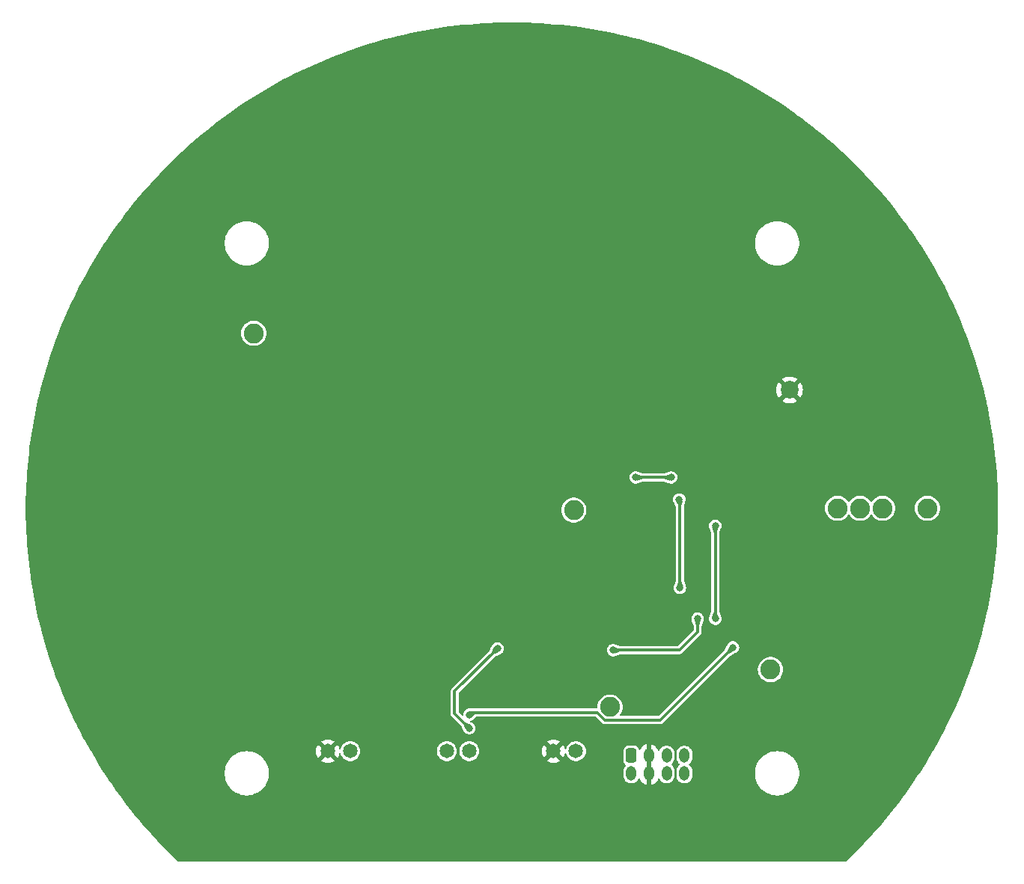
<source format=gbr>
%TF.GenerationSoftware,KiCad,Pcbnew,7.0.1-0*%
%TF.CreationDate,2023-05-25T18:05:17+09:00*%
%TF.ProjectId,Transformation,5472616e-7366-46f7-926d-6174696f6e2e,rev?*%
%TF.SameCoordinates,Original*%
%TF.FileFunction,Copper,L2,Bot*%
%TF.FilePolarity,Positive*%
%FSLAX46Y46*%
G04 Gerber Fmt 4.6, Leading zero omitted, Abs format (unit mm)*
G04 Created by KiCad (PCBNEW 7.0.1-0) date 2023-05-25 18:05:17*
%MOMM*%
%LPD*%
G01*
G04 APERTURE LIST*
G04 Aperture macros list*
%AMRoundRect*
0 Rectangle with rounded corners*
0 $1 Rounding radius*
0 $2 $3 $4 $5 $6 $7 $8 $9 X,Y pos of 4 corners*
0 Add a 4 corners polygon primitive as box body*
4,1,4,$2,$3,$4,$5,$6,$7,$8,$9,$2,$3,0*
0 Add four circle primitives for the rounded corners*
1,1,$1+$1,$2,$3*
1,1,$1+$1,$4,$5*
1,1,$1+$1,$6,$7*
1,1,$1+$1,$8,$9*
0 Add four rect primitives between the rounded corners*
20,1,$1+$1,$2,$3,$4,$5,0*
20,1,$1+$1,$4,$5,$6,$7,0*
20,1,$1+$1,$6,$7,$8,$9,0*
20,1,$1+$1,$8,$9,$2,$3,0*%
G04 Aperture macros list end*
%TA.AperFunction,ComponentPad*%
%ADD10C,2.250000*%
%TD*%
%TA.AperFunction,ComponentPad*%
%ADD11C,1.650000*%
%TD*%
%TA.AperFunction,ComponentPad*%
%ADD12RoundRect,0.250000X-0.350000X-0.560000X0.350000X-0.560000X0.350000X0.560000X-0.350000X0.560000X0*%
%TD*%
%TA.AperFunction,ComponentPad*%
%ADD13O,1.200000X1.650000*%
%TD*%
%TA.AperFunction,ComponentPad*%
%ADD14C,2.000000*%
%TD*%
%TA.AperFunction,ViaPad*%
%ADD15C,0.800000*%
%TD*%
%TA.AperFunction,Conductor*%
%ADD16C,0.300000*%
%TD*%
G04 APERTURE END LIST*
D10*
%TO.P,TP3,1,1*%
%TO.N,+VSW*%
X152600492Y-101149344D03*
%TD*%
%TO.P,TP4,1,1*%
%TO.N,+VDC*%
X156700492Y-123449344D03*
%TD*%
%TO.P,TP5,1,1*%
%TO.N,Net-(J4-Pin_2)*%
X174850492Y-119199344D03*
%TD*%
D11*
%TO.P,J3,1,Pin_1*%
%TO.N,GND*%
X150299492Y-128449344D03*
%TO.P,J3,2,Pin_2*%
%TO.N,+VDC*%
X152839492Y-128449344D03*
%TD*%
%TO.P,J4,1,Pin_1*%
%TO.N,GND*%
X124772492Y-128449344D03*
%TO.P,J4,2,Pin_2*%
%TO.N,Net-(J4-Pin_2)*%
X127312492Y-128449344D03*
%TD*%
%TO.P,J1,1,Pin_1*%
%TO.N,+BATT*%
X138234492Y-128449344D03*
%TO.P,J1,2,Pin_2*%
%TO.N,+VSW*%
X140774492Y-128449344D03*
%TD*%
D12*
%TO.P,J2,1,Pin_1*%
%TO.N,+12V*%
X159100492Y-128949344D03*
D13*
%TO.P,J2,2,Pin_2*%
X159100492Y-130949344D03*
%TO.P,J2,3,Pin_3*%
%TO.N,GND*%
X161100492Y-128949344D03*
%TO.P,J2,4,Pin_4*%
X161100492Y-130949344D03*
%TO.P,J2,5,Pin_5*%
%TO.N,Net-(J2-Pin_5)*%
X163100492Y-128949344D03*
%TO.P,J2,6,Pin_6*%
X163100492Y-130949344D03*
%TO.P,J2,7,Pin_7*%
%TO.N,Net-(J2-Pin_7)*%
X165100492Y-128949344D03*
%TO.P,J2,8,Pin_8*%
X165100492Y-130949344D03*
%TD*%
D10*
%TO.P,TP2,1,1*%
%TO.N,+12V*%
X116390492Y-81137344D03*
%TD*%
%TO.P,SW1,*%
%TO.N,*%
X192600492Y-100949344D03*
%TO.P,SW1,1,A*%
%TO.N,unconnected-(SW1-A-Pad1)*%
X187520492Y-100949344D03*
%TO.P,SW1,2,B*%
%TO.N,Net-(J4-Pin_2)*%
X184980492Y-100949344D03*
%TO.P,SW1,3,C*%
%TO.N,+BATT*%
X182440492Y-100949344D03*
%TD*%
D14*
%TO.P,TP1,1,1*%
%TO.N,GND*%
X177000492Y-87549344D03*
%TD*%
D15*
%TO.N,+VSW*%
X143975492Y-116824344D03*
X163600492Y-97449344D03*
X140774492Y-125841344D03*
X159600492Y-97449344D03*
%TO.N,GND*%
X192100492Y-126449344D03*
X125100492Y-131699344D03*
X166100492Y-123449344D03*
X111818492Y-124063344D03*
X171850492Y-95949344D03*
X95600492Y-81949344D03*
X142600492Y-108449344D03*
X92600492Y-98949344D03*
X154850492Y-90449344D03*
X138350492Y-90449344D03*
X132850492Y-90449344D03*
X182600492Y-103949344D03*
X176350492Y-123199344D03*
X136100492Y-75949344D03*
X187100492Y-103449344D03*
X149600492Y-90199344D03*
X108100492Y-62949344D03*
X165100492Y-75949344D03*
X154350492Y-56449344D03*
X186100492Y-98949344D03*
X165850492Y-100699344D03*
X145600492Y-47449344D03*
X110600492Y-138949344D03*
X122100492Y-65449344D03*
X170100492Y-66949344D03*
X171600492Y-82449344D03*
X146870492Y-139303344D03*
X143600492Y-119949344D03*
X167100492Y-52449344D03*
X183100492Y-62949344D03*
X179600492Y-111449344D03*
X184850492Y-123699344D03*
X181100492Y-139449344D03*
X152850492Y-76199344D03*
X122100492Y-80949344D03*
X136350492Y-57199344D03*
X199600492Y-99449344D03*
X140393492Y-122793344D03*
X138600492Y-82449344D03*
X154500492Y-121849344D03*
X172600492Y-99699344D03*
X197600492Y-113949344D03*
X144076492Y-126603344D03*
X132100492Y-75949344D03*
X163600492Y-93449344D03*
X181100492Y-85699344D03*
X174937492Y-101838344D03*
X94600492Y-113949344D03*
X101600492Y-129949344D03*
X195100492Y-82449344D03*
X137980492Y-123047344D03*
X184600492Y-114949344D03*
X124100492Y-52449344D03*
X142600492Y-115949344D03*
X155100492Y-82449344D03*
X110100492Y-79949344D03*
X148350492Y-75949344D03*
X169600492Y-75949344D03*
X152712492Y-125460344D03*
X185100492Y-96449344D03*
%TO.N,+BATT*%
X140774492Y-124317344D03*
X170600492Y-116699344D03*
%TO.N,+VDC*%
X168600492Y-102949344D03*
X168600492Y-113449344D03*
%TO.N,Net-(Q2-G)*%
X164600492Y-109949344D03*
X164530492Y-99944344D03*
X166600492Y-113449344D03*
X157040492Y-117009344D03*
%TD*%
D16*
%TO.N,+VSW*%
X139123492Y-121676344D02*
X143975492Y-116824344D01*
X140774492Y-125841344D02*
X139123492Y-124190344D01*
X163600492Y-97449344D02*
X159600492Y-97449344D01*
X139123492Y-124190344D02*
X139123492Y-121676344D01*
%TO.N,+BATT*%
X162375492Y-124924344D02*
X170600492Y-116699344D01*
X140774492Y-124317344D02*
X141031526Y-124060310D01*
X141031526Y-124060310D02*
X155225492Y-124060310D01*
X156089526Y-124924344D02*
X162375492Y-124924344D01*
X155225492Y-124060310D02*
X156089526Y-124924344D01*
%TO.N,+VDC*%
X168600492Y-113449344D02*
X168600492Y-102949344D01*
%TO.N,Net-(Q2-G)*%
X164600492Y-109949344D02*
X164600492Y-100014344D01*
X164540492Y-117009344D02*
X166600492Y-114949344D01*
X166600492Y-114949344D02*
X166600492Y-113449344D01*
X157040492Y-117009344D02*
X164540492Y-117009344D01*
X164600492Y-100014344D02*
X164530492Y-99944344D01*
%TD*%
%TA.AperFunction,Conductor*%
%TO.N,GND*%
G36*
X145936232Y-45953775D02*
G01*
X146742470Y-45964578D01*
X146743050Y-45964590D01*
X147412835Y-45982646D01*
X147413332Y-45982662D01*
X148219321Y-46015079D01*
X148219805Y-46015103D01*
X148888738Y-46051194D01*
X148889369Y-46051231D01*
X149694009Y-46105221D01*
X149694852Y-46105284D01*
X150362363Y-46159371D01*
X150363077Y-46159434D01*
X151166039Y-46234971D01*
X151166668Y-46235035D01*
X151832550Y-46307098D01*
X151833203Y-46307173D01*
X152633915Y-46404206D01*
X152634582Y-46404292D01*
X153298262Y-46494270D01*
X153298908Y-46494362D01*
X154096698Y-46612811D01*
X154097380Y-46612917D01*
X154758560Y-46720774D01*
X154758811Y-46720816D01*
X155553461Y-46860657D01*
X155554127Y-46860780D01*
X156211779Y-46986341D01*
X156212436Y-46986471D01*
X157002994Y-47147543D01*
X157003796Y-47147713D01*
X157657739Y-47290932D01*
X157658095Y-47291012D01*
X158444453Y-47473303D01*
X158444932Y-47473418D01*
X159094873Y-47634230D01*
X159095074Y-47634281D01*
X159876334Y-47837595D01*
X159877138Y-47837811D01*
X160522096Y-48015965D01*
X160522556Y-48016095D01*
X161298209Y-48240306D01*
X161298836Y-48240492D01*
X161938653Y-48435929D01*
X161939185Y-48436096D01*
X162708592Y-48681023D01*
X162709281Y-48681248D01*
X163343399Y-48893789D01*
X163343915Y-48893965D01*
X164106688Y-49159493D01*
X164107377Y-49159739D01*
X164735418Y-49389246D01*
X164735671Y-49389340D01*
X165491338Y-49675320D01*
X165492244Y-49675670D01*
X166113451Y-49921851D01*
X166113849Y-49922012D01*
X166861726Y-50228197D01*
X166862564Y-50228547D01*
X167476688Y-50491283D01*
X167477307Y-50491552D01*
X168216751Y-50817684D01*
X168217532Y-50818036D01*
X168824210Y-51097159D01*
X168824742Y-51097407D01*
X169555532Y-51443403D01*
X169556308Y-51443778D01*
X169994479Y-51659866D01*
X170154820Y-51738940D01*
X170155425Y-51739242D01*
X170876994Y-52104854D01*
X170877777Y-52105259D01*
X171467948Y-52416352D01*
X171468208Y-52416490D01*
X172180113Y-52801518D01*
X172180981Y-52801997D01*
X172762230Y-53128698D01*
X172762653Y-53128939D01*
X173464118Y-53532981D01*
X173464916Y-53533449D01*
X174036789Y-53875478D01*
X174037344Y-53875814D01*
X174728036Y-54298695D01*
X174728897Y-54299232D01*
X175291012Y-54656336D01*
X175291317Y-54656532D01*
X175970951Y-55098106D01*
X175971708Y-55098608D01*
X176523724Y-55470546D01*
X176524023Y-55470749D01*
X177083528Y-55855981D01*
X177191859Y-55930570D01*
X177192723Y-55931176D01*
X177734028Y-56317506D01*
X177734267Y-56317678D01*
X178390013Y-56795571D01*
X178390867Y-56796205D01*
X178921103Y-57196633D01*
X178921589Y-57197004D01*
X179564573Y-57692511D01*
X179565309Y-57693089D01*
X180012638Y-58050236D01*
X180084250Y-58107412D01*
X180084717Y-58107789D01*
X180714515Y-58620611D01*
X180715158Y-58621143D01*
X181222555Y-59049138D01*
X181222870Y-59049407D01*
X181445981Y-59241246D01*
X181839058Y-59579229D01*
X181839880Y-59579948D01*
X182335046Y-60021003D01*
X182335225Y-60021164D01*
X182551211Y-60217184D01*
X182937511Y-60567776D01*
X182938321Y-60568524D01*
X183420942Y-61022310D01*
X183421317Y-61022666D01*
X184009024Y-61585492D01*
X184009732Y-61586181D01*
X184479627Y-62052488D01*
X184479977Y-62052839D01*
X185052819Y-62631643D01*
X185053534Y-62632378D01*
X185248708Y-62836792D01*
X185510204Y-63110668D01*
X185510584Y-63111070D01*
X186068078Y-63705407D01*
X186068845Y-63706239D01*
X186511963Y-64196111D01*
X186512326Y-64196516D01*
X187054178Y-64806123D01*
X187054928Y-64806982D01*
X187484221Y-65308076D01*
X187484567Y-65308484D01*
X188010335Y-65932921D01*
X188011067Y-65933807D01*
X188426228Y-66445702D01*
X188426503Y-66446044D01*
X188935915Y-67085055D01*
X188936564Y-67085885D01*
X189337416Y-67608309D01*
X189337575Y-67608518D01*
X189830147Y-68261566D01*
X189830784Y-68262428D01*
X189965998Y-68448844D01*
X190216924Y-68794790D01*
X190217105Y-68795041D01*
X190692469Y-69461711D01*
X190693118Y-69462639D01*
X191064221Y-70004410D01*
X191064500Y-70004821D01*
X191522206Y-70684547D01*
X191522860Y-70685539D01*
X191878760Y-71236389D01*
X191879023Y-71236799D01*
X192318828Y-71929297D01*
X192319460Y-71930313D01*
X192659894Y-72489741D01*
X192660104Y-72490089D01*
X192830951Y-72775735D01*
X193081724Y-73195010D01*
X193082333Y-73196051D01*
X193407021Y-73763494D01*
X193407252Y-73763901D01*
X193810324Y-74480740D01*
X193810910Y-74481806D01*
X194119686Y-75056855D01*
X194119902Y-75057260D01*
X194504140Y-75785630D01*
X194504701Y-75786720D01*
X194797399Y-76368945D01*
X194797599Y-76369347D01*
X195162612Y-77108621D01*
X195163148Y-77109734D01*
X195439556Y-77698584D01*
X195439742Y-77698983D01*
X195785326Y-78448883D01*
X195785835Y-78450018D01*
X196045813Y-79045046D01*
X196045984Y-79045441D01*
X196371775Y-79805322D01*
X196372258Y-79806479D01*
X196615696Y-80407281D01*
X196615852Y-80407672D01*
X196921609Y-81177131D01*
X196922064Y-81178310D01*
X197148690Y-81784028D01*
X197148833Y-81784414D01*
X197233710Y-82015904D01*
X197419991Y-82523959D01*
X197434363Y-82563155D01*
X197434789Y-82564354D01*
X197644589Y-83174735D01*
X197644718Y-83175116D01*
X197909705Y-83962497D01*
X197910102Y-83963716D01*
X198102899Y-84578004D01*
X198103015Y-84578379D01*
X198347270Y-85374082D01*
X198347637Y-85375321D01*
X198523425Y-85993223D01*
X198523528Y-85993592D01*
X198746758Y-86796939D01*
X198747094Y-86798196D01*
X198905703Y-87418795D01*
X198905794Y-87419157D01*
X199107875Y-88230035D01*
X199108179Y-88231310D01*
X199249631Y-88854299D01*
X199300144Y-89082930D01*
X199430360Y-89672328D01*
X199430631Y-89673620D01*
X199554800Y-90297967D01*
X199554677Y-90297991D01*
X199554870Y-90298315D01*
X199713967Y-91122725D01*
X199714205Y-91124033D01*
X199821219Y-91749830D01*
X199821276Y-91750171D01*
X199958502Y-92580226D01*
X199958706Y-92581549D01*
X200048507Y-93207839D01*
X200048554Y-93208172D01*
X200163788Y-94043765D01*
X200163958Y-94045102D01*
X200236592Y-94671358D01*
X200236629Y-94671683D01*
X200329684Y-95512361D01*
X200329818Y-95513712D01*
X200385317Y-96139070D01*
X200385196Y-96139080D01*
X200385346Y-96139386D01*
X200456056Y-96984825D01*
X200456155Y-96986189D01*
X200494636Y-97610466D01*
X200494654Y-97610773D01*
X200542817Y-98460146D01*
X200542880Y-98461521D01*
X200564438Y-99084087D01*
X200564447Y-99084385D01*
X200589909Y-99937279D01*
X200589935Y-99938665D01*
X200594685Y-100558470D01*
X200594567Y-100558470D01*
X200594688Y-100558759D01*
X200597295Y-101415183D01*
X200597283Y-101416578D01*
X200585389Y-102033206D01*
X200585383Y-102033486D01*
X200564968Y-102892736D01*
X200564919Y-102894140D01*
X200536573Y-103506753D01*
X200536560Y-103507022D01*
X200492954Y-104368867D01*
X200492867Y-104370279D01*
X200448273Y-104978491D01*
X200448253Y-104978751D01*
X200381305Y-105842537D01*
X200381179Y-105843955D01*
X200320588Y-106446999D01*
X200320562Y-106447249D01*
X200230100Y-107312674D01*
X200229935Y-107314098D01*
X200153680Y-107910883D01*
X200153649Y-107911122D01*
X200039437Y-108778298D01*
X200039232Y-108779726D01*
X199947647Y-109369575D01*
X199947611Y-109369804D01*
X199809477Y-110238184D01*
X199809232Y-110239616D01*
X199702637Y-110822127D01*
X199702597Y-110822346D01*
X199540372Y-111691370D01*
X199540087Y-111692804D01*
X199418924Y-112267069D01*
X199418879Y-112267277D01*
X199232306Y-113136867D01*
X199231981Y-113138302D01*
X199096831Y-113703050D01*
X199096783Y-113703248D01*
X198885521Y-114573523D01*
X198885155Y-114574958D01*
X198736468Y-115129771D01*
X198736417Y-115129958D01*
X198500270Y-116000309D01*
X198499863Y-116001743D01*
X198338335Y-116545432D01*
X198338282Y-116545609D01*
X198076790Y-117416331D01*
X198076341Y-117417762D01*
X197902767Y-117949103D01*
X197902713Y-117949269D01*
X197615433Y-118820405D01*
X197614943Y-118821833D01*
X197430100Y-119339935D01*
X197430044Y-119340090D01*
X197116510Y-120211599D01*
X197115978Y-120213022D01*
X196920937Y-120716413D01*
X196920881Y-120716559D01*
X196580391Y-121588869D01*
X196579818Y-121590285D01*
X196375665Y-122077775D01*
X196375608Y-122077911D01*
X196007464Y-122951229D01*
X196006849Y-122952638D01*
X195794893Y-123422782D01*
X195794837Y-123422907D01*
X195398111Y-124297760D01*
X195397454Y-124299161D01*
X195179495Y-124749798D01*
X195179440Y-124749913D01*
X194752842Y-125627339D01*
X194752144Y-125628730D01*
X194529902Y-126058293D01*
X194529847Y-126058399D01*
X194072051Y-126939163D01*
X194071312Y-126940543D01*
X193847431Y-127346106D01*
X193847378Y-127346201D01*
X193356250Y-128232232D01*
X193355469Y-128233600D01*
X193133058Y-128612027D01*
X193133007Y-128612113D01*
X192605989Y-129505560D01*
X192605167Y-129506915D01*
X192387994Y-129854625D01*
X192387946Y-129854701D01*
X191821752Y-130758321D01*
X191820888Y-130759661D01*
X191614486Y-131071119D01*
X191614442Y-131071186D01*
X191004150Y-131989538D01*
X191003245Y-131990863D01*
X190815064Y-132258853D01*
X190815023Y-132258911D01*
X190153771Y-133198329D01*
X190152826Y-133199636D01*
X189993065Y-133414595D01*
X189271213Y-134383844D01*
X189270227Y-134385133D01*
X189155161Y-134531543D01*
X189095698Y-134607072D01*
X188357076Y-135545270D01*
X188356050Y-135546538D01*
X188313180Y-135598161D01*
X188313152Y-135598195D01*
X187413631Y-136679829D01*
X187412543Y-136681103D01*
X186441157Y-137787454D01*
X186440035Y-137788697D01*
X185439386Y-138868582D01*
X185438231Y-138869795D01*
X184409008Y-139922479D01*
X184407821Y-139923661D01*
X183368470Y-140931219D01*
X183324968Y-140948844D01*
X107876016Y-140948844D01*
X107832514Y-140931219D01*
X106793162Y-139923661D01*
X106791975Y-139922479D01*
X105762752Y-138869795D01*
X105761597Y-138868582D01*
X105268124Y-138336033D01*
X104760918Y-137788664D01*
X104759854Y-137787485D01*
X103788436Y-136681098D01*
X103787352Y-136679829D01*
X103322476Y-136120836D01*
X102887463Y-135597752D01*
X102844919Y-135546523D01*
X102843906Y-135545270D01*
X102622465Y-135263995D01*
X102045627Y-134531295D01*
X101930741Y-134385115D01*
X101929769Y-134383844D01*
X101207839Y-133414488D01*
X101048154Y-133199633D01*
X101047211Y-133198329D01*
X100749749Y-132775735D01*
X100385848Y-132258752D01*
X100357634Y-132218573D01*
X100197728Y-131990850D01*
X100196832Y-131989538D01*
X100176202Y-131958495D01*
X99610117Y-131106663D01*
X113099992Y-131106663D01*
X113139426Y-131418818D01*
X113217671Y-131723565D01*
X113333498Y-132016110D01*
X113466979Y-132258911D01*
X113485076Y-132291828D01*
X113670014Y-132546374D01*
X113670016Y-132546376D01*
X113885399Y-132775735D01*
X114127826Y-132976289D01*
X114127828Y-132976290D01*
X114127829Y-132976291D01*
X114393485Y-133144881D01*
X114678177Y-133278847D01*
X114977413Y-133376075D01*
X115286477Y-133435032D01*
X115521909Y-133449844D01*
X115679070Y-133449844D01*
X115679075Y-133449844D01*
X115914507Y-133435032D01*
X116223571Y-133376075D01*
X116522807Y-133278847D01*
X116807499Y-133144881D01*
X117073155Y-132976291D01*
X117315586Y-132775734D01*
X117530970Y-132546374D01*
X117715908Y-132291828D01*
X117867486Y-132016110D01*
X117983311Y-131723569D01*
X118061558Y-131418817D01*
X118086481Y-131221532D01*
X158199992Y-131221532D01*
X158214818Y-131362601D01*
X158273312Y-131542626D01*
X158367960Y-131706562D01*
X158426660Y-131771754D01*
X158494621Y-131847232D01*
X158647762Y-131958495D01*
X158820689Y-132035488D01*
X158944126Y-132061725D01*
X159005845Y-132074844D01*
X159005846Y-132074844D01*
X159195138Y-132074844D01*
X159195139Y-132074844D01*
X159241427Y-132065004D01*
X159380295Y-132035488D01*
X159553222Y-131958495D01*
X159706363Y-131847232D01*
X159833025Y-131706560D01*
X159927671Y-131542628D01*
X159935871Y-131517389D01*
X159958937Y-131485879D01*
X159996204Y-131474209D01*
X160033123Y-131486938D01*
X160055280Y-131519095D01*
X160074641Y-131585032D01*
X160170902Y-131771754D01*
X160300762Y-131936883D01*
X160459525Y-132074452D01*
X160641456Y-132179490D01*
X160839977Y-132248199D01*
X160850492Y-132249711D01*
X160850492Y-127653085D01*
X160739080Y-127680114D01*
X160547992Y-127767380D01*
X160376866Y-127889239D01*
X160231899Y-128041275D01*
X160118326Y-128217999D01*
X160104423Y-128252727D01*
X160081364Y-128281302D01*
X160046238Y-128291997D01*
X160011168Y-128281120D01*
X159988258Y-128252426D01*
X159934853Y-128117001D01*
X159843414Y-127996421D01*
X159722834Y-127904982D01*
X159582056Y-127849466D01*
X159493595Y-127838844D01*
X159493594Y-127838844D01*
X158707390Y-127838844D01*
X158707389Y-127838844D01*
X158618927Y-127849466D01*
X158478149Y-127904982D01*
X158357569Y-127996421D01*
X158266130Y-128117001D01*
X158210614Y-128257779D01*
X158199992Y-128346241D01*
X158199992Y-129552447D01*
X158210614Y-129640908D01*
X158266130Y-129781686D01*
X158357569Y-129902266D01*
X158464656Y-129983472D01*
X158485154Y-130010653D01*
X158488366Y-130044545D01*
X158473338Y-130075093D01*
X158367958Y-130192128D01*
X158273312Y-130356061D01*
X158214818Y-130536086D01*
X158199992Y-130677156D01*
X158199992Y-131221532D01*
X118086481Y-131221532D01*
X118100992Y-131106662D01*
X118100992Y-130792026D01*
X118061558Y-130479871D01*
X117987678Y-130192128D01*
X117983312Y-130175122D01*
X117983311Y-130175119D01*
X117867486Y-129882578D01*
X117715908Y-129606860D01*
X117671923Y-129546320D01*
X124029067Y-129546320D01*
X124107459Y-129601210D01*
X124317585Y-129699193D01*
X124541528Y-129759198D01*
X124772492Y-129779405D01*
X125003455Y-129759198D01*
X125227398Y-129699193D01*
X125437520Y-129601211D01*
X125515914Y-129546319D01*
X124772492Y-128802897D01*
X124029067Y-129546320D01*
X117671923Y-129546320D01*
X117530970Y-129352314D01*
X117315586Y-129122954D01*
X117305217Y-129114376D01*
X117073157Y-128922398D01*
X116971150Y-128857663D01*
X116807499Y-128753807D01*
X116522807Y-128619841D01*
X116522805Y-128619840D01*
X116223570Y-128522612D01*
X115914509Y-128463656D01*
X115847240Y-128459424D01*
X115687006Y-128449343D01*
X123442430Y-128449343D01*
X123462637Y-128680307D01*
X123522642Y-128904250D01*
X123620625Y-129114376D01*
X123675514Y-129192767D01*
X124418939Y-128449344D01*
X125126045Y-128449344D01*
X125869467Y-129192766D01*
X125924359Y-129114372D01*
X126022341Y-128904250D01*
X126083762Y-128675025D01*
X126084686Y-128675272D01*
X126100238Y-128641744D01*
X126138676Y-128623545D01*
X126179860Y-128634154D01*
X126204721Y-128668659D01*
X126242916Y-128802897D01*
X126258498Y-128857663D01*
X126351473Y-129044382D01*
X126477174Y-129210837D01*
X126631321Y-129351360D01*
X126808664Y-129461167D01*
X127003165Y-129536517D01*
X127208199Y-129574844D01*
X127416784Y-129574844D01*
X127416785Y-129574844D01*
X127621819Y-129536517D01*
X127816320Y-129461167D01*
X127993663Y-129351360D01*
X128147810Y-129210837D01*
X128273511Y-129044382D01*
X128366486Y-128857663D01*
X128423568Y-128657040D01*
X128442814Y-128449344D01*
X128442814Y-128449343D01*
X137104169Y-128449343D01*
X137123415Y-128657038D01*
X137164916Y-128802897D01*
X137180498Y-128857663D01*
X137273473Y-129044382D01*
X137399174Y-129210837D01*
X137553321Y-129351360D01*
X137730664Y-129461167D01*
X137925165Y-129536517D01*
X138130199Y-129574844D01*
X138338784Y-129574844D01*
X138338785Y-129574844D01*
X138543819Y-129536517D01*
X138738320Y-129461167D01*
X138915663Y-129351360D01*
X139069810Y-129210837D01*
X139195511Y-129044382D01*
X139288486Y-128857663D01*
X139345568Y-128657040D01*
X139364814Y-128449344D01*
X139364814Y-128449343D01*
X139644169Y-128449343D01*
X139663415Y-128657038D01*
X139704916Y-128802897D01*
X139720498Y-128857663D01*
X139813473Y-129044382D01*
X139939174Y-129210837D01*
X140093321Y-129351360D01*
X140270664Y-129461167D01*
X140465165Y-129536517D01*
X140670199Y-129574844D01*
X140878784Y-129574844D01*
X140878785Y-129574844D01*
X141031377Y-129546320D01*
X149556067Y-129546320D01*
X149634459Y-129601210D01*
X149844585Y-129699193D01*
X150068528Y-129759198D01*
X150299492Y-129779405D01*
X150530455Y-129759198D01*
X150754398Y-129699193D01*
X150964520Y-129601211D01*
X151042914Y-129546319D01*
X150299492Y-128802897D01*
X149556067Y-129546320D01*
X141031377Y-129546320D01*
X141083819Y-129536517D01*
X141278320Y-129461167D01*
X141455663Y-129351360D01*
X141609810Y-129210837D01*
X141735511Y-129044382D01*
X141828486Y-128857663D01*
X141885568Y-128657040D01*
X141904814Y-128449344D01*
X141904814Y-128449343D01*
X148969430Y-128449343D01*
X148989637Y-128680307D01*
X149049642Y-128904250D01*
X149147625Y-129114376D01*
X149202514Y-129192767D01*
X149945939Y-128449344D01*
X150653045Y-128449344D01*
X151396467Y-129192766D01*
X151451359Y-129114372D01*
X151549341Y-128904250D01*
X151610762Y-128675025D01*
X151611686Y-128675272D01*
X151627238Y-128641744D01*
X151665676Y-128623545D01*
X151706860Y-128634154D01*
X151731721Y-128668659D01*
X151769916Y-128802897D01*
X151785498Y-128857663D01*
X151878473Y-129044382D01*
X152004174Y-129210837D01*
X152158321Y-129351360D01*
X152335664Y-129461167D01*
X152530165Y-129536517D01*
X152735199Y-129574844D01*
X152943784Y-129574844D01*
X152943785Y-129574844D01*
X153148819Y-129536517D01*
X153343320Y-129461167D01*
X153520663Y-129351360D01*
X153674810Y-129210837D01*
X153800511Y-129044382D01*
X153893486Y-128857663D01*
X153950568Y-128657040D01*
X153969814Y-128449344D01*
X153963350Y-128379592D01*
X153955234Y-128291997D01*
X153950568Y-128241648D01*
X153893486Y-128041025D01*
X153800511Y-127854306D01*
X153674810Y-127687851D01*
X153632167Y-127648977D01*
X161350492Y-127648977D01*
X161350492Y-132245602D01*
X161461903Y-132218573D01*
X161652991Y-132131307D01*
X161824117Y-132009448D01*
X161969084Y-131857412D01*
X162082658Y-131680687D01*
X162148523Y-131516165D01*
X162172381Y-131487058D01*
X162208628Y-131476929D01*
X162244120Y-131489450D01*
X162265986Y-131520080D01*
X162273313Y-131542628D01*
X162297795Y-131585032D01*
X162367960Y-131706562D01*
X162426660Y-131771754D01*
X162494621Y-131847232D01*
X162647762Y-131958495D01*
X162820689Y-132035488D01*
X162944126Y-132061725D01*
X163005845Y-132074844D01*
X163005846Y-132074844D01*
X163195138Y-132074844D01*
X163195139Y-132074844D01*
X163241427Y-132065004D01*
X163380295Y-132035488D01*
X163553222Y-131958495D01*
X163706363Y-131847232D01*
X163833025Y-131706560D01*
X163927671Y-131542628D01*
X163986166Y-131362600D01*
X164000992Y-131221536D01*
X164000992Y-131221532D01*
X164199992Y-131221532D01*
X164214818Y-131362601D01*
X164273312Y-131542626D01*
X164367960Y-131706562D01*
X164426660Y-131771754D01*
X164494621Y-131847232D01*
X164647762Y-131958495D01*
X164820689Y-132035488D01*
X164944126Y-132061725D01*
X165005845Y-132074844D01*
X165005846Y-132074844D01*
X165195138Y-132074844D01*
X165195139Y-132074844D01*
X165241427Y-132065004D01*
X165380295Y-132035488D01*
X165553222Y-131958495D01*
X165706363Y-131847232D01*
X165833025Y-131706560D01*
X165927671Y-131542628D01*
X165986166Y-131362600D01*
X166000992Y-131221536D01*
X166000992Y-131106663D01*
X173099992Y-131106663D01*
X173139426Y-131418818D01*
X173217671Y-131723565D01*
X173333498Y-132016110D01*
X173466979Y-132258911D01*
X173485076Y-132291828D01*
X173670014Y-132546374D01*
X173670016Y-132546376D01*
X173885399Y-132775735D01*
X174127826Y-132976289D01*
X174127828Y-132976290D01*
X174127829Y-132976291D01*
X174393485Y-133144881D01*
X174678177Y-133278847D01*
X174977413Y-133376075D01*
X175286477Y-133435032D01*
X175521909Y-133449844D01*
X175679070Y-133449844D01*
X175679075Y-133449844D01*
X175914507Y-133435032D01*
X176223571Y-133376075D01*
X176522807Y-133278847D01*
X176807499Y-133144881D01*
X177073155Y-132976291D01*
X177315586Y-132775734D01*
X177530970Y-132546374D01*
X177715908Y-132291828D01*
X177867486Y-132016110D01*
X177983311Y-131723569D01*
X178061558Y-131418817D01*
X178100992Y-131106662D01*
X178100992Y-130792026D01*
X178061558Y-130479871D01*
X177987678Y-130192128D01*
X177983312Y-130175122D01*
X177983311Y-130175119D01*
X177867486Y-129882578D01*
X177715908Y-129606860D01*
X177530970Y-129352314D01*
X177315586Y-129122954D01*
X177305217Y-129114376D01*
X177073157Y-128922398D01*
X176971150Y-128857663D01*
X176807499Y-128753807D01*
X176522807Y-128619841D01*
X176522805Y-128619840D01*
X176223570Y-128522612D01*
X175914509Y-128463656D01*
X175847240Y-128459424D01*
X175679075Y-128448844D01*
X175521909Y-128448844D01*
X175374763Y-128458101D01*
X175286474Y-128463656D01*
X174977413Y-128522612D01*
X174678178Y-128619840D01*
X174549680Y-128680307D01*
X174393485Y-128753807D01*
X174283901Y-128823350D01*
X174127826Y-128922398D01*
X173885399Y-129122952D01*
X173670016Y-129352311D01*
X173485073Y-129606864D01*
X173333498Y-129882577D01*
X173217671Y-130175122D01*
X173139426Y-130479869D01*
X173099992Y-130792025D01*
X173099992Y-131106663D01*
X166000992Y-131106663D01*
X166000992Y-130677152D01*
X165986166Y-130536088D01*
X165927671Y-130356060D01*
X165833025Y-130192128D01*
X165833024Y-130192127D01*
X165833023Y-130192125D01*
X165774323Y-130126933D01*
X165706363Y-130051456D01*
X165635411Y-129999906D01*
X165612707Y-129968658D01*
X165612707Y-129930030D01*
X165635411Y-129898781D01*
X165706363Y-129847232D01*
X165833025Y-129706560D01*
X165927671Y-129542628D01*
X165986166Y-129362600D01*
X166000992Y-129221536D01*
X166000992Y-128677152D01*
X165986166Y-128536088D01*
X165927671Y-128356060D01*
X165833025Y-128192128D01*
X165833024Y-128192127D01*
X165833023Y-128192125D01*
X165765380Y-128117001D01*
X165706363Y-128051456D01*
X165553222Y-127940193D01*
X165380295Y-127863200D01*
X165380293Y-127863199D01*
X165380292Y-127863199D01*
X165195139Y-127823844D01*
X165195138Y-127823844D01*
X165005846Y-127823844D01*
X165005845Y-127823844D01*
X164820691Y-127863199D01*
X164647763Y-127940192D01*
X164647761Y-127940193D01*
X164647762Y-127940193D01*
X164494621Y-128051456D01*
X164494618Y-128051458D01*
X164494618Y-128051459D01*
X164367960Y-128192125D01*
X164273312Y-128356061D01*
X164214818Y-128536086D01*
X164214817Y-128536088D01*
X164214818Y-128536088D01*
X164203714Y-128641744D01*
X164199992Y-128677156D01*
X164199992Y-129221532D01*
X164214818Y-129362601D01*
X164264714Y-129516165D01*
X164273313Y-129542628D01*
X164278982Y-129552447D01*
X164367960Y-129706562D01*
X164426660Y-129771754D01*
X164494621Y-129847232D01*
X164534772Y-129876403D01*
X164565571Y-129898781D01*
X164588275Y-129930031D01*
X164588275Y-129968657D01*
X164565571Y-129999907D01*
X164494621Y-130051456D01*
X164367960Y-130192125D01*
X164273312Y-130356061D01*
X164214818Y-130536086D01*
X164199992Y-130677156D01*
X164199992Y-131221532D01*
X164000992Y-131221532D01*
X164000992Y-130677152D01*
X163986166Y-130536088D01*
X163927671Y-130356060D01*
X163833025Y-130192128D01*
X163833024Y-130192127D01*
X163833023Y-130192125D01*
X163774323Y-130126933D01*
X163706363Y-130051456D01*
X163635411Y-129999906D01*
X163612707Y-129968658D01*
X163612707Y-129930030D01*
X163635411Y-129898781D01*
X163706363Y-129847232D01*
X163833025Y-129706560D01*
X163927671Y-129542628D01*
X163986166Y-129362600D01*
X164000992Y-129221536D01*
X164000992Y-128677152D01*
X163986166Y-128536088D01*
X163927671Y-128356060D01*
X163833025Y-128192128D01*
X163833024Y-128192127D01*
X163833023Y-128192125D01*
X163765380Y-128117001D01*
X163706363Y-128051456D01*
X163553222Y-127940193D01*
X163380295Y-127863200D01*
X163380293Y-127863199D01*
X163380292Y-127863199D01*
X163195139Y-127823844D01*
X163195138Y-127823844D01*
X163005846Y-127823844D01*
X163005845Y-127823844D01*
X162820691Y-127863199D01*
X162647763Y-127940192D01*
X162647761Y-127940193D01*
X162647762Y-127940193D01*
X162494621Y-128051456D01*
X162494618Y-128051458D01*
X162494618Y-128051459D01*
X162367960Y-128192125D01*
X162273313Y-128356060D01*
X162265112Y-128381299D01*
X162242045Y-128412809D01*
X162204778Y-128424478D01*
X162167859Y-128411749D01*
X162145703Y-128379592D01*
X162126342Y-128313654D01*
X162030081Y-128126933D01*
X161900221Y-127961804D01*
X161741458Y-127824235D01*
X161559527Y-127719197D01*
X161361006Y-127650488D01*
X161350492Y-127648977D01*
X153632167Y-127648977D01*
X153520663Y-127547328D01*
X153343320Y-127437521D01*
X153343317Y-127437520D01*
X153343316Y-127437519D01*
X153148821Y-127362171D01*
X153012129Y-127336619D01*
X152943785Y-127323844D01*
X152735199Y-127323844D01*
X152683940Y-127333425D01*
X152530162Y-127362171D01*
X152335667Y-127437519D01*
X152158319Y-127547329D01*
X152004174Y-127687850D01*
X151878474Y-127854304D01*
X151878473Y-127854305D01*
X151878473Y-127854306D01*
X151807709Y-127996421D01*
X151785497Y-128041028D01*
X151731721Y-128230028D01*
X151706860Y-128264533D01*
X151665676Y-128275142D01*
X151627239Y-128256944D01*
X151611686Y-128223415D01*
X151610762Y-128223663D01*
X151549341Y-127994437D01*
X151451359Y-127784315D01*
X151396466Y-127705921D01*
X150653045Y-128449344D01*
X149945939Y-128449344D01*
X149202515Y-127705920D01*
X149147625Y-127784312D01*
X149049642Y-127994437D01*
X148989637Y-128218380D01*
X148969430Y-128449343D01*
X141904814Y-128449343D01*
X141898350Y-128379592D01*
X141890234Y-128291997D01*
X141885568Y-128241648D01*
X141828486Y-128041025D01*
X141735511Y-127854306D01*
X141609810Y-127687851D01*
X141455663Y-127547328D01*
X141278320Y-127437521D01*
X141278317Y-127437520D01*
X141278316Y-127437519D01*
X141083821Y-127362171D01*
X141031374Y-127352367D01*
X149556068Y-127352367D01*
X150299491Y-128095790D01*
X151042915Y-127352366D01*
X150964524Y-127297477D01*
X150754398Y-127199494D01*
X150530455Y-127139489D01*
X150299492Y-127119282D01*
X150068528Y-127139489D01*
X149844585Y-127199494D01*
X149634460Y-127297477D01*
X149556068Y-127352367D01*
X141031374Y-127352367D01*
X140947129Y-127336619D01*
X140878785Y-127323844D01*
X140670199Y-127323844D01*
X140618940Y-127333425D01*
X140465162Y-127362171D01*
X140270667Y-127437519D01*
X140093319Y-127547329D01*
X139939174Y-127687850D01*
X139813474Y-127854304D01*
X139720497Y-128041027D01*
X139663415Y-128241649D01*
X139644169Y-128449343D01*
X139364814Y-128449343D01*
X139358350Y-128379592D01*
X139350234Y-128291997D01*
X139345568Y-128241648D01*
X139288486Y-128041025D01*
X139195511Y-127854306D01*
X139069810Y-127687851D01*
X138915663Y-127547328D01*
X138738320Y-127437521D01*
X138738317Y-127437520D01*
X138738316Y-127437519D01*
X138543821Y-127362171D01*
X138407129Y-127336619D01*
X138338785Y-127323844D01*
X138130199Y-127323844D01*
X138078940Y-127333425D01*
X137925162Y-127362171D01*
X137730667Y-127437519D01*
X137553319Y-127547329D01*
X137399174Y-127687850D01*
X137273474Y-127854304D01*
X137180497Y-128041027D01*
X137123415Y-128241649D01*
X137104169Y-128449343D01*
X128442814Y-128449343D01*
X128436350Y-128379592D01*
X128428234Y-128291997D01*
X128423568Y-128241648D01*
X128366486Y-128041025D01*
X128273511Y-127854306D01*
X128147810Y-127687851D01*
X127993663Y-127547328D01*
X127816320Y-127437521D01*
X127816317Y-127437520D01*
X127816316Y-127437519D01*
X127621821Y-127362171D01*
X127485129Y-127336619D01*
X127416785Y-127323844D01*
X127208199Y-127323844D01*
X127156940Y-127333425D01*
X127003162Y-127362171D01*
X126808667Y-127437519D01*
X126631319Y-127547329D01*
X126477174Y-127687850D01*
X126351474Y-127854304D01*
X126351473Y-127854305D01*
X126351473Y-127854306D01*
X126280709Y-127996421D01*
X126258497Y-128041028D01*
X126204721Y-128230028D01*
X126179860Y-128264533D01*
X126138676Y-128275142D01*
X126100239Y-128256944D01*
X126084686Y-128223415D01*
X126083762Y-128223663D01*
X126022341Y-127994437D01*
X125924359Y-127784315D01*
X125869466Y-127705921D01*
X125126045Y-128449344D01*
X124418939Y-128449344D01*
X123675515Y-127705920D01*
X123620625Y-127784312D01*
X123522642Y-127994437D01*
X123462637Y-128218380D01*
X123442430Y-128449343D01*
X115687006Y-128449343D01*
X115679075Y-128448844D01*
X115521909Y-128448844D01*
X115374763Y-128458101D01*
X115286474Y-128463656D01*
X114977413Y-128522612D01*
X114678178Y-128619840D01*
X114549680Y-128680307D01*
X114393485Y-128753807D01*
X114283901Y-128823350D01*
X114127826Y-128922398D01*
X113885399Y-129122952D01*
X113670016Y-129352311D01*
X113485073Y-129606864D01*
X113333498Y-129882577D01*
X113217671Y-130175122D01*
X113139426Y-130479869D01*
X113099992Y-130792025D01*
X113099992Y-131106663D01*
X99610117Y-131106663D01*
X99586541Y-131071186D01*
X99586497Y-131071120D01*
X99576977Y-131056754D01*
X99380065Y-130759617D01*
X99379230Y-130758321D01*
X99328373Y-130677156D01*
X98812845Y-129854395D01*
X98808371Y-129847231D01*
X98595780Y-129506858D01*
X98595031Y-129505623D01*
X98067847Y-128611894D01*
X97845500Y-128233578D01*
X97844732Y-128232232D01*
X97843510Y-128230028D01*
X97357023Y-127352367D01*
X124029068Y-127352367D01*
X124772491Y-128095790D01*
X125515915Y-127352366D01*
X125437524Y-127297477D01*
X125227398Y-127199494D01*
X125003455Y-127139489D01*
X124772492Y-127119282D01*
X124541528Y-127139489D01*
X124317585Y-127199494D01*
X124107460Y-127297477D01*
X124029068Y-127352367D01*
X97357023Y-127352367D01*
X97353443Y-127345908D01*
X97341263Y-127323844D01*
X97129637Y-126940481D01*
X97128965Y-126939227D01*
X96728766Y-126169275D01*
X96671136Y-126058399D01*
X96671081Y-126058294D01*
X96670929Y-126058002D01*
X96448831Y-125628718D01*
X96448140Y-125627339D01*
X96406085Y-125540840D01*
X96021487Y-124749798D01*
X95803500Y-124299102D01*
X95802897Y-124297816D01*
X95761886Y-124207379D01*
X138668221Y-124207379D01*
X138679060Y-124264659D01*
X138679452Y-124266964D01*
X138688143Y-124324631D01*
X138688301Y-124324958D01*
X138693400Y-124340452D01*
X138693468Y-124340815D01*
X138720712Y-124392363D01*
X138721765Y-124394448D01*
X138747067Y-124446987D01*
X138747318Y-124447257D01*
X138756750Y-124460549D01*
X138756926Y-124460882D01*
X138798149Y-124502105D01*
X138799771Y-124503788D01*
X138839437Y-124546538D01*
X138839751Y-124546719D01*
X138852697Y-124556653D01*
X139836884Y-125540840D01*
X139848743Y-125557387D01*
X140126119Y-126119750D01*
X140126120Y-126119751D01*
X140135418Y-126134844D01*
X140140643Y-126145462D01*
X140149674Y-126169275D01*
X140149675Y-126169276D01*
X140246309Y-126309273D01*
X140373640Y-126422078D01*
X140524267Y-126501134D01*
X140689436Y-126541844D01*
X140859548Y-126541844D01*
X141024717Y-126501134D01*
X141175344Y-126422078D01*
X141302675Y-126309273D01*
X141399310Y-126169274D01*
X141459632Y-126010216D01*
X141459632Y-126010215D01*
X141459633Y-126010213D01*
X141480137Y-125841343D01*
X141459633Y-125672474D01*
X141399309Y-125513411D01*
X141302675Y-125373415D01*
X141301081Y-125372003D01*
X141175344Y-125260610D01*
X141091766Y-125216744D01*
X141088043Y-125214623D01*
X141052898Y-125192971D01*
X140983218Y-125158603D01*
X140905307Y-125120174D01*
X140878169Y-125094203D01*
X140870820Y-125057366D01*
X140885913Y-125022970D01*
X140917994Y-125003438D01*
X141024717Y-124977134D01*
X141175344Y-124898078D01*
X141228415Y-124851060D01*
X141231735Y-124848319D01*
X141274161Y-124815696D01*
X141582433Y-124527643D01*
X141625104Y-124510810D01*
X155013000Y-124510810D01*
X155057194Y-124529116D01*
X155750602Y-125222523D01*
X155755264Y-125227739D01*
X155772745Y-125249659D01*
X155779648Y-125258315D01*
X155783016Y-125260611D01*
X155827456Y-125290910D01*
X155827841Y-125291172D01*
X155829717Y-125292503D01*
X155876644Y-125327137D01*
X155876980Y-125327254D01*
X155891547Y-125334607D01*
X155891853Y-125334816D01*
X155936874Y-125348702D01*
X155947581Y-125352005D01*
X155949802Y-125352736D01*
X155959028Y-125355964D01*
X156004827Y-125371990D01*
X156005185Y-125372003D01*
X156021272Y-125374735D01*
X156021624Y-125374844D01*
X156079923Y-125374844D01*
X156082261Y-125374888D01*
X156140533Y-125377069D01*
X156140533Y-125377068D01*
X156140536Y-125377069D01*
X156140891Y-125376973D01*
X156157068Y-125374844D01*
X162346681Y-125374844D01*
X162353679Y-125375237D01*
X162392527Y-125379614D01*
X162449853Y-125368766D01*
X162452103Y-125368384D01*
X162487136Y-125363104D01*
X162509774Y-125359693D01*
X162509774Y-125359692D01*
X162509779Y-125359692D01*
X162510097Y-125359538D01*
X162525611Y-125354434D01*
X162525964Y-125354367D01*
X162530433Y-125352005D01*
X162577551Y-125327101D01*
X162579578Y-125326077D01*
X162632134Y-125300769D01*
X162632401Y-125300520D01*
X162645709Y-125291080D01*
X162645793Y-125291035D01*
X162646030Y-125290910D01*
X162687280Y-125249658D01*
X162688935Y-125248064D01*
X162731686Y-125208399D01*
X162731868Y-125208083D01*
X162741799Y-125195139D01*
X168737593Y-119199344D01*
X173420107Y-119199344D01*
X173439616Y-119434778D01*
X173497609Y-119663789D01*
X173550880Y-119785235D01*
X173592506Y-119880133D01*
X173721716Y-120077904D01*
X173721717Y-120077905D01*
X173881719Y-120251712D01*
X174068146Y-120396814D01*
X174275913Y-120509252D01*
X174499353Y-120585960D01*
X174732372Y-120624844D01*
X174968610Y-120624844D01*
X174968612Y-120624844D01*
X175201631Y-120585960D01*
X175425071Y-120509252D01*
X175632838Y-120396814D01*
X175819265Y-120251712D01*
X175979267Y-120077905D01*
X176108478Y-119880132D01*
X176203375Y-119663789D01*
X176261368Y-119434778D01*
X176280877Y-119199344D01*
X176261368Y-118963910D01*
X176203375Y-118734899D01*
X176108478Y-118518556D01*
X175979267Y-118320783D01*
X175819265Y-118146976D01*
X175632838Y-118001874D01*
X175425071Y-117889436D01*
X175201631Y-117812728D01*
X174968612Y-117773844D01*
X174732372Y-117773844D01*
X174499352Y-117812728D01*
X174499353Y-117812728D01*
X174275910Y-117889437D01*
X174068144Y-118001875D01*
X173881721Y-118146974D01*
X173721716Y-118320783D01*
X173592506Y-118518554D01*
X173509255Y-118708347D01*
X173497609Y-118734899D01*
X173439616Y-118963910D01*
X173420107Y-119199344D01*
X168737593Y-119199344D01*
X170299992Y-117636945D01*
X170316533Y-117625091D01*
X170878898Y-117347716D01*
X170914049Y-117326059D01*
X170917763Y-117323944D01*
X171001344Y-117280078D01*
X171128675Y-117167273D01*
X171225310Y-117027274D01*
X171285632Y-116868216D01*
X171285632Y-116868215D01*
X171285633Y-116868213D01*
X171306137Y-116699344D01*
X171285633Y-116530474D01*
X171225309Y-116371411D01*
X171128675Y-116231415D01*
X171001345Y-116118611D01*
X171001344Y-116118610D01*
X170892463Y-116061464D01*
X170850716Y-116039553D01*
X170685548Y-115998844D01*
X170515436Y-115998844D01*
X170350267Y-116039553D01*
X170199638Y-116118611D01*
X170072308Y-116231415D01*
X169975675Y-116371411D01*
X169966644Y-116395222D01*
X169961421Y-116405836D01*
X169952119Y-116420936D01*
X169851072Y-116625801D01*
X169674742Y-116983301D01*
X169662883Y-116999848D01*
X162207195Y-124455538D01*
X162186919Y-124469086D01*
X162163001Y-124473844D01*
X157837406Y-124473844D01*
X157793825Y-124456143D01*
X157774930Y-124413066D01*
X157791423Y-124369014D01*
X157814589Y-124343849D01*
X157829267Y-124327905D01*
X157958478Y-124130132D01*
X158053375Y-123913789D01*
X158111368Y-123684778D01*
X158130877Y-123449344D01*
X158111368Y-123213910D01*
X158053375Y-122984899D01*
X157958478Y-122768556D01*
X157829267Y-122570783D01*
X157669265Y-122396976D01*
X157482838Y-122251874D01*
X157275071Y-122139436D01*
X157051631Y-122062728D01*
X156818612Y-122023844D01*
X156582372Y-122023844D01*
X156349353Y-122062727D01*
X156349353Y-122062728D01*
X156125910Y-122139437D01*
X155918144Y-122251875D01*
X155731721Y-122396974D01*
X155571716Y-122570783D01*
X155442506Y-122768554D01*
X155347610Y-122984897D01*
X155289616Y-123213910D01*
X155270107Y-123449344D01*
X155277736Y-123541414D01*
X155270859Y-123575489D01*
X155246841Y-123600620D01*
X155213112Y-123609031D01*
X155174483Y-123607585D01*
X155174134Y-123607679D01*
X155157954Y-123609810D01*
X141503292Y-123609810D01*
X141495706Y-123609348D01*
X141459694Y-123604944D01*
X141459693Y-123604944D01*
X141452861Y-123605012D01*
X141053976Y-123609019D01*
X141046351Y-123608629D01*
X141014491Y-123605039D01*
X140995509Y-123608630D01*
X140984521Y-123609716D01*
X140782968Y-123611742D01*
X140747156Y-123615606D01*
X140739030Y-123616483D01*
X140732328Y-123616844D01*
X140689436Y-123616844D01*
X140524267Y-123657553D01*
X140373638Y-123736611D01*
X140246308Y-123849415D01*
X140149674Y-123989411D01*
X140089350Y-124148474D01*
X140068846Y-124317345D01*
X140072064Y-124343849D01*
X140064915Y-124381260D01*
X140037380Y-124407574D01*
X139999683Y-124413020D01*
X139965826Y-124395575D01*
X139592298Y-124022047D01*
X139573992Y-123977853D01*
X139573992Y-121888836D01*
X139592298Y-121844642D01*
X140099524Y-121337416D01*
X143674992Y-117761945D01*
X143691533Y-117750091D01*
X144253898Y-117472716D01*
X144289049Y-117451059D01*
X144292763Y-117448944D01*
X144376344Y-117405078D01*
X144503675Y-117292273D01*
X144565968Y-117202025D01*
X144600309Y-117152276D01*
X144616987Y-117108301D01*
X144654516Y-117009343D01*
X156334846Y-117009343D01*
X156355350Y-117178213D01*
X156415674Y-117337276D01*
X156512308Y-117477272D01*
X156512309Y-117477273D01*
X156639640Y-117590078D01*
X156790267Y-117669134D01*
X156955436Y-117709844D01*
X157125548Y-117709844D01*
X157290717Y-117669134D01*
X157290722Y-117669131D01*
X157291737Y-117668881D01*
X157299439Y-117666003D01*
X157299310Y-117665621D01*
X157302088Y-117664677D01*
X157302097Y-117664676D01*
X157895883Y-117463158D01*
X157915969Y-117459844D01*
X164511681Y-117459844D01*
X164518679Y-117460237D01*
X164557527Y-117464614D01*
X164614853Y-117453766D01*
X164617103Y-117453384D01*
X164652136Y-117448104D01*
X164674774Y-117444693D01*
X164674774Y-117444692D01*
X164674779Y-117444692D01*
X164675097Y-117444538D01*
X164690611Y-117439434D01*
X164690964Y-117439367D01*
X164690963Y-117439367D01*
X164742551Y-117412101D01*
X164744578Y-117411077D01*
X164797134Y-117385769D01*
X164797401Y-117385520D01*
X164810709Y-117376080D01*
X164810793Y-117376035D01*
X164811030Y-117375910D01*
X164852279Y-117334659D01*
X164853934Y-117333065D01*
X164896686Y-117293399D01*
X164896868Y-117293083D01*
X164906799Y-117280139D01*
X166898678Y-115288259D01*
X166903877Y-115283612D01*
X166934462Y-115259223D01*
X166967330Y-115211013D01*
X166968653Y-115209148D01*
X167003285Y-115162226D01*
X167003402Y-115161889D01*
X167010757Y-115147319D01*
X167010964Y-115147017D01*
X167028170Y-115091232D01*
X167028875Y-115089089D01*
X167048138Y-115034043D01*
X167048151Y-115033683D01*
X167050885Y-115017592D01*
X167050992Y-115017245D01*
X167050992Y-114958931D01*
X167051036Y-114956593D01*
X167053216Y-114898335D01*
X167053123Y-114897986D01*
X167050992Y-114881806D01*
X167050992Y-114324823D01*
X167054307Y-114304737D01*
X167106874Y-114149844D01*
X167255824Y-113710948D01*
X167263881Y-113677031D01*
X167266243Y-113669339D01*
X167285632Y-113618216D01*
X167285632Y-113618215D01*
X167285633Y-113618213D01*
X167306137Y-113449344D01*
X167894846Y-113449344D01*
X167915350Y-113618213D01*
X167975674Y-113777276D01*
X168072308Y-113917272D01*
X168072309Y-113917273D01*
X168199640Y-114030078D01*
X168350267Y-114109134D01*
X168515436Y-114149844D01*
X168685548Y-114149844D01*
X168850717Y-114109134D01*
X169001344Y-114030078D01*
X169128675Y-113917273D01*
X169225310Y-113777274D01*
X169285632Y-113618216D01*
X169285632Y-113618215D01*
X169285633Y-113618213D01*
X169306137Y-113449344D01*
X169285633Y-113280474D01*
X169280320Y-113266467D01*
X169266247Y-113229360D01*
X169263880Y-113221650D01*
X169260321Y-113206669D01*
X169255824Y-113187739D01*
X169054306Y-112593950D01*
X169050992Y-112573865D01*
X169050992Y-103824823D01*
X169054307Y-103804737D01*
X169080053Y-103728874D01*
X169255824Y-103210948D01*
X169263881Y-103177031D01*
X169266243Y-103169339D01*
X169285632Y-103118216D01*
X169285632Y-103118215D01*
X169285633Y-103118213D01*
X169306137Y-102949344D01*
X169285633Y-102780474D01*
X169225309Y-102621411D01*
X169128675Y-102481415D01*
X169001345Y-102368611D01*
X169001344Y-102368610D01*
X168926030Y-102329082D01*
X168850716Y-102289553D01*
X168685548Y-102248844D01*
X168515436Y-102248844D01*
X168350267Y-102289553D01*
X168199638Y-102368611D01*
X168072308Y-102481415D01*
X167975674Y-102621411D01*
X167915350Y-102780474D01*
X167894846Y-102949344D01*
X167915350Y-103118213D01*
X167934733Y-103169321D01*
X167937101Y-103177035D01*
X167945157Y-103210942D01*
X168146677Y-103804738D01*
X168149992Y-103824824D01*
X168149992Y-112573864D01*
X168146677Y-112593950D01*
X167945157Y-113187746D01*
X167937102Y-113221649D01*
X167934734Y-113229363D01*
X167915351Y-113280473D01*
X167894846Y-113449344D01*
X167306137Y-113449344D01*
X167285633Y-113280474D01*
X167225309Y-113121411D01*
X167128675Y-112981415D01*
X167001345Y-112868611D01*
X167001344Y-112868610D01*
X166926030Y-112829081D01*
X166850716Y-112789553D01*
X166685548Y-112748844D01*
X166515436Y-112748844D01*
X166350267Y-112789553D01*
X166199638Y-112868611D01*
X166072308Y-112981415D01*
X165975674Y-113121411D01*
X165915350Y-113280474D01*
X165894846Y-113449344D01*
X165915350Y-113618213D01*
X165934733Y-113669321D01*
X165937100Y-113677034D01*
X165945159Y-113710949D01*
X166017937Y-113925395D01*
X166146677Y-114304738D01*
X166149992Y-114324824D01*
X166149992Y-114736852D01*
X166131686Y-114781046D01*
X164372195Y-116540538D01*
X164351919Y-116554086D01*
X164328001Y-116558844D01*
X157915971Y-116558844D01*
X157895885Y-116555529D01*
X157867618Y-116545936D01*
X157302095Y-116354011D01*
X157302090Y-116354009D01*
X157299315Y-116353068D01*
X157299439Y-116352700D01*
X157291704Y-116349797D01*
X157125548Y-116308844D01*
X156955436Y-116308844D01*
X156790267Y-116349553D01*
X156639638Y-116428611D01*
X156512308Y-116541415D01*
X156415674Y-116681411D01*
X156355350Y-116840474D01*
X156334846Y-117009343D01*
X144654516Y-117009343D01*
X144660632Y-116993216D01*
X144660632Y-116993215D01*
X144660633Y-116993213D01*
X144681137Y-116824343D01*
X144660633Y-116655474D01*
X144600309Y-116496411D01*
X144503675Y-116356415D01*
X144496205Y-116349797D01*
X144376344Y-116243610D01*
X144301030Y-116204081D01*
X144225716Y-116164553D01*
X144060548Y-116123844D01*
X143890436Y-116123844D01*
X143725267Y-116164553D01*
X143574638Y-116243611D01*
X143447308Y-116356415D01*
X143350675Y-116496411D01*
X143341644Y-116520222D01*
X143336421Y-116530836D01*
X143327119Y-116545936D01*
X143260297Y-116681414D01*
X143049742Y-117108301D01*
X143037883Y-117124848D01*
X138825315Y-121337416D01*
X138820091Y-121342085D01*
X138789521Y-121366465D01*
X138756677Y-121414637D01*
X138755326Y-121416542D01*
X138720697Y-121463463D01*
X138720577Y-121463808D01*
X138713232Y-121478359D01*
X138713020Y-121478669D01*
X138695832Y-121534392D01*
X138695102Y-121536611D01*
X138675845Y-121591644D01*
X138675832Y-121592016D01*
X138673101Y-121608088D01*
X138672992Y-121608441D01*
X138672992Y-121666757D01*
X138672948Y-121669095D01*
X138670767Y-121727352D01*
X138670861Y-121727702D01*
X138672992Y-121743882D01*
X138672992Y-124161533D01*
X138672599Y-124168531D01*
X138668221Y-124207379D01*
X95761886Y-124207379D01*
X95406090Y-123422782D01*
X95194096Y-122952553D01*
X95193554Y-122951311D01*
X94825318Y-122077775D01*
X94621140Y-121590227D01*
X94620615Y-121588930D01*
X94279971Y-120716224D01*
X94084987Y-120212978D01*
X94084489Y-120211645D01*
X93887393Y-119663790D01*
X93770939Y-119340090D01*
X93770883Y-119339935D01*
X93586039Y-118821833D01*
X93585549Y-118820405D01*
X93557351Y-118734899D01*
X93298262Y-117949245D01*
X93298216Y-117949103D01*
X93240964Y-117773844D01*
X93124628Y-117417721D01*
X93124204Y-117416371D01*
X92862649Y-116545432D01*
X92701094Y-116001658D01*
X92700739Y-116000406D01*
X92506251Y-115283596D01*
X92464566Y-115129958D01*
X92464515Y-115129771D01*
X92438765Y-115033686D01*
X92315815Y-114574912D01*
X92315473Y-114573572D01*
X92104135Y-113702984D01*
X91968987Y-113138240D01*
X91968691Y-113136934D01*
X91782029Y-112266929D01*
X91660895Y-111692804D01*
X91660610Y-111691370D01*
X91498346Y-110822127D01*
X91391733Y-110239519D01*
X91391522Y-110238284D01*
X91253336Y-109369575D01*
X91161737Y-108779642D01*
X91161557Y-108778386D01*
X91047315Y-107910975D01*
X90971035Y-107313996D01*
X90970894Y-107312784D01*
X90880394Y-106446993D01*
X90819793Y-105843847D01*
X90819687Y-105842652D01*
X90752706Y-104978452D01*
X90708112Y-104370235D01*
X90708031Y-104368916D01*
X90664409Y-103506753D01*
X90649153Y-103177044D01*
X90636062Y-102894118D01*
X90636014Y-102892736D01*
X90629568Y-102621411D01*
X90615595Y-102033303D01*
X90603698Y-101416520D01*
X90603687Y-101415238D01*
X90604497Y-101149344D01*
X151170107Y-101149344D01*
X151189616Y-101384778D01*
X151247609Y-101613789D01*
X151281841Y-101691829D01*
X151342506Y-101830133D01*
X151454604Y-102001712D01*
X151471717Y-102027905D01*
X151631719Y-102201712D01*
X151818146Y-102346814D01*
X152025913Y-102459252D01*
X152249353Y-102535960D01*
X152482372Y-102574844D01*
X152718610Y-102574844D01*
X152718612Y-102574844D01*
X152951631Y-102535960D01*
X153175071Y-102459252D01*
X153382838Y-102346814D01*
X153569265Y-102201712D01*
X153729267Y-102027905D01*
X153858478Y-101830132D01*
X153953375Y-101613789D01*
X154011368Y-101384778D01*
X154030877Y-101149344D01*
X154011368Y-100913910D01*
X153953375Y-100684899D01*
X153858478Y-100468556D01*
X153729267Y-100270783D01*
X153569265Y-100096976D01*
X153382838Y-99951874D01*
X153368924Y-99944344D01*
X163824846Y-99944344D01*
X163845350Y-100113212D01*
X163872975Y-100186052D01*
X163874332Y-100190031D01*
X163888159Y-100235502D01*
X164144328Y-100795525D01*
X164149992Y-100821523D01*
X164149992Y-109073864D01*
X164146677Y-109093950D01*
X163945157Y-109687746D01*
X163937102Y-109721649D01*
X163934734Y-109729363D01*
X163915351Y-109780473D01*
X163894846Y-109949344D01*
X163915350Y-110118213D01*
X163975674Y-110277276D01*
X164072308Y-110417272D01*
X164072309Y-110417273D01*
X164199640Y-110530078D01*
X164350267Y-110609134D01*
X164515436Y-110649844D01*
X164685548Y-110649844D01*
X164850717Y-110609134D01*
X165001344Y-110530078D01*
X165128675Y-110417273D01*
X165225310Y-110277274D01*
X165285632Y-110118216D01*
X165285632Y-110118215D01*
X165285633Y-110118213D01*
X165306137Y-109949344D01*
X165285633Y-109780474D01*
X165280320Y-109766467D01*
X165266247Y-109729360D01*
X165263880Y-109721650D01*
X165263880Y-109721649D01*
X165255824Y-109687739D01*
X165054306Y-109093950D01*
X165050992Y-109073865D01*
X165050992Y-100949344D01*
X181010107Y-100949344D01*
X181029616Y-101184778D01*
X181087609Y-101413789D01*
X181133677Y-101518814D01*
X181182506Y-101630133D01*
X181222814Y-101691829D01*
X181311717Y-101827905D01*
X181471719Y-102001712D01*
X181658146Y-102146814D01*
X181865913Y-102259252D01*
X182089353Y-102335960D01*
X182322372Y-102374844D01*
X182558610Y-102374844D01*
X182558612Y-102374844D01*
X182791631Y-102335960D01*
X183015071Y-102259252D01*
X183222838Y-102146814D01*
X183409265Y-102001712D01*
X183569267Y-101827905D01*
X183658170Y-101691828D01*
X183690198Y-101666899D01*
X183730786Y-101666899D01*
X183762813Y-101691828D01*
X183851717Y-101827905D01*
X184011719Y-102001712D01*
X184198146Y-102146814D01*
X184405913Y-102259252D01*
X184629353Y-102335960D01*
X184862372Y-102374844D01*
X185098610Y-102374844D01*
X185098612Y-102374844D01*
X185331631Y-102335960D01*
X185555071Y-102259252D01*
X185762838Y-102146814D01*
X185949265Y-102001712D01*
X186109267Y-101827905D01*
X186198170Y-101691828D01*
X186230198Y-101666899D01*
X186270786Y-101666899D01*
X186302813Y-101691828D01*
X186391717Y-101827905D01*
X186551719Y-102001712D01*
X186738146Y-102146814D01*
X186945913Y-102259252D01*
X187169353Y-102335960D01*
X187402372Y-102374844D01*
X187638610Y-102374844D01*
X187638612Y-102374844D01*
X187871631Y-102335960D01*
X188095071Y-102259252D01*
X188302838Y-102146814D01*
X188489265Y-102001712D01*
X188649267Y-101827905D01*
X188778478Y-101630132D01*
X188873375Y-101413789D01*
X188931368Y-101184778D01*
X188950877Y-100949344D01*
X191170107Y-100949344D01*
X191189616Y-101184778D01*
X191247609Y-101413789D01*
X191293677Y-101518814D01*
X191342506Y-101630133D01*
X191382814Y-101691829D01*
X191471717Y-101827905D01*
X191631719Y-102001712D01*
X191818146Y-102146814D01*
X192025913Y-102259252D01*
X192249353Y-102335960D01*
X192482372Y-102374844D01*
X192718610Y-102374844D01*
X192718612Y-102374844D01*
X192951631Y-102335960D01*
X193175071Y-102259252D01*
X193382838Y-102146814D01*
X193569265Y-102001712D01*
X193729267Y-101827905D01*
X193858478Y-101630132D01*
X193953375Y-101413789D01*
X194011368Y-101184778D01*
X194030877Y-100949344D01*
X194011368Y-100713910D01*
X193953375Y-100484899D01*
X193858478Y-100268556D01*
X193836883Y-100235503D01*
X193729267Y-100070783D01*
X193705448Y-100044909D01*
X193569265Y-99896976D01*
X193382838Y-99751874D01*
X193175071Y-99639436D01*
X192951631Y-99562728D01*
X192718612Y-99523844D01*
X192482372Y-99523844D01*
X192249352Y-99562728D01*
X192249353Y-99562728D01*
X192025910Y-99639437D01*
X191818144Y-99751875D01*
X191631721Y-99896974D01*
X191471716Y-100070783D01*
X191342506Y-100268554D01*
X191259255Y-100458347D01*
X191247609Y-100484899D01*
X191189616Y-100713910D01*
X191170107Y-100949344D01*
X188950877Y-100949344D01*
X188931368Y-100713910D01*
X188873375Y-100484899D01*
X188778478Y-100268556D01*
X188756883Y-100235503D01*
X188649267Y-100070783D01*
X188625448Y-100044909D01*
X188489265Y-99896976D01*
X188302838Y-99751874D01*
X188095071Y-99639436D01*
X187871631Y-99562728D01*
X187638612Y-99523844D01*
X187402372Y-99523844D01*
X187169352Y-99562728D01*
X187169353Y-99562728D01*
X186945910Y-99639437D01*
X186738144Y-99751875D01*
X186551721Y-99896974D01*
X186391716Y-100070783D01*
X186302815Y-100206858D01*
X186270786Y-100231788D01*
X186230198Y-100231788D01*
X186198169Y-100206858D01*
X186109267Y-100070783D01*
X186085448Y-100044909D01*
X185949265Y-99896976D01*
X185762838Y-99751874D01*
X185555071Y-99639436D01*
X185331631Y-99562728D01*
X185098612Y-99523844D01*
X184862372Y-99523844D01*
X184629352Y-99562728D01*
X184629353Y-99562728D01*
X184405910Y-99639437D01*
X184198144Y-99751875D01*
X184011721Y-99896974D01*
X183851716Y-100070783D01*
X183762815Y-100206858D01*
X183730786Y-100231788D01*
X183690198Y-100231788D01*
X183658169Y-100206858D01*
X183569267Y-100070783D01*
X183545448Y-100044909D01*
X183409265Y-99896976D01*
X183222838Y-99751874D01*
X183015071Y-99639436D01*
X182791631Y-99562728D01*
X182558612Y-99523844D01*
X182322372Y-99523844D01*
X182089352Y-99562728D01*
X182089353Y-99562728D01*
X181865910Y-99639437D01*
X181658144Y-99751875D01*
X181471721Y-99896974D01*
X181311716Y-100070783D01*
X181182506Y-100268554D01*
X181099255Y-100458347D01*
X181087609Y-100484899D01*
X181029616Y-100713910D01*
X181010107Y-100949344D01*
X165050992Y-100949344D01*
X165050992Y-100794463D01*
X165052667Y-100780092D01*
X165195075Y-100177327D01*
X165195186Y-100175347D01*
X165199149Y-100156677D01*
X165215632Y-100113216D01*
X165215632Y-100113215D01*
X165215633Y-100113213D01*
X165236137Y-99944344D01*
X165215633Y-99775474D01*
X165155309Y-99616411D01*
X165058675Y-99476415D01*
X164931345Y-99363611D01*
X164931344Y-99363610D01*
X164856030Y-99324081D01*
X164780716Y-99284553D01*
X164615548Y-99243844D01*
X164445436Y-99243844D01*
X164280267Y-99284553D01*
X164129638Y-99363611D01*
X164002308Y-99476415D01*
X163905674Y-99616411D01*
X163845350Y-99775474D01*
X163824846Y-99944344D01*
X153368924Y-99944344D01*
X153175071Y-99839436D01*
X152951631Y-99762728D01*
X152718612Y-99723844D01*
X152482372Y-99723844D01*
X152249352Y-99762728D01*
X152249353Y-99762728D01*
X152025910Y-99839437D01*
X151818144Y-99951875D01*
X151631721Y-100096974D01*
X151471716Y-100270783D01*
X151342506Y-100468554D01*
X151259255Y-100658348D01*
X151247609Y-100684899D01*
X151189616Y-100913910D01*
X151170107Y-101149344D01*
X90604497Y-101149344D01*
X90606296Y-100558684D01*
X90611048Y-99938563D01*
X90611070Y-99937389D01*
X90636545Y-99084083D01*
X90658105Y-98461435D01*
X90658160Y-98460242D01*
X90706340Y-97610566D01*
X90716278Y-97449344D01*
X158894846Y-97449344D01*
X158915350Y-97618213D01*
X158975674Y-97777276D01*
X159072308Y-97917272D01*
X159072309Y-97917273D01*
X159199640Y-98030078D01*
X159350267Y-98109134D01*
X159515436Y-98149844D01*
X159685548Y-98149844D01*
X159850717Y-98109134D01*
X159850722Y-98109131D01*
X159851737Y-98108881D01*
X159859439Y-98106003D01*
X159859310Y-98105621D01*
X159862088Y-98104677D01*
X159862097Y-98104676D01*
X160455883Y-97903158D01*
X160475969Y-97899844D01*
X162725014Y-97899844D01*
X162745099Y-97903158D01*
X163338886Y-98104676D01*
X163338897Y-98104678D01*
X163341668Y-98105619D01*
X163341539Y-98105998D01*
X163349267Y-98108887D01*
X163350265Y-98109133D01*
X163350267Y-98109134D01*
X163515436Y-98149844D01*
X163685548Y-98149844D01*
X163850717Y-98109134D01*
X164001344Y-98030078D01*
X164128675Y-97917273D01*
X164225310Y-97777274D01*
X164285632Y-97618216D01*
X164285632Y-97618215D01*
X164285633Y-97618213D01*
X164306137Y-97449344D01*
X164285633Y-97280474D01*
X164225309Y-97121411D01*
X164128675Y-96981415D01*
X164001345Y-96868611D01*
X164001344Y-96868610D01*
X163926030Y-96829081D01*
X163850716Y-96789553D01*
X163685548Y-96748844D01*
X163515436Y-96748844D01*
X163349278Y-96789797D01*
X163341538Y-96792698D01*
X163341664Y-96793069D01*
X163338889Y-96794010D01*
X163338888Y-96794011D01*
X162772619Y-96986189D01*
X162745098Y-96995529D01*
X162725012Y-96998844D01*
X160475971Y-96998844D01*
X160455885Y-96995529D01*
X160428364Y-96986189D01*
X159862095Y-96794011D01*
X159862090Y-96794009D01*
X159859315Y-96793068D01*
X159859439Y-96792700D01*
X159851704Y-96789797D01*
X159685548Y-96748844D01*
X159515436Y-96748844D01*
X159350267Y-96789553D01*
X159199638Y-96868611D01*
X159072308Y-96981415D01*
X158975674Y-97121411D01*
X158915350Y-97280474D01*
X158894846Y-97449344D01*
X90716278Y-97449344D01*
X90744838Y-96986028D01*
X90744913Y-96984995D01*
X90815647Y-96139267D01*
X90871173Y-95513618D01*
X90871289Y-95512449D01*
X90964376Y-94671480D01*
X91037039Y-94044978D01*
X91037176Y-94043903D01*
X91152443Y-93208063D01*
X91152475Y-93207839D01*
X91242293Y-92581438D01*
X91242463Y-92580335D01*
X91379764Y-91749830D01*
X91486807Y-91123867D01*
X91486984Y-91122893D01*
X91646132Y-90298217D01*
X91770381Y-89673475D01*
X91770590Y-89672475D01*
X91951373Y-88854202D01*
X91969821Y-88772953D01*
X176130433Y-88772953D01*
X176177259Y-88809398D01*
X176395881Y-88927710D01*
X176631003Y-89008427D01*
X176876200Y-89049344D01*
X177124784Y-89049344D01*
X177369980Y-89008427D01*
X177605102Y-88927710D01*
X177823727Y-88809396D01*
X177870548Y-88772954D01*
X177870549Y-88772953D01*
X177000492Y-87902897D01*
X176130433Y-88772953D01*
X91969821Y-88772953D01*
X92092824Y-88231221D01*
X92093083Y-88230131D01*
X92262745Y-87549344D01*
X175495351Y-87549344D01*
X175515879Y-87797086D01*
X175576902Y-88038058D01*
X175676760Y-88265713D01*
X175777055Y-88419225D01*
X175777056Y-88419225D01*
X176646939Y-87549344D01*
X177354045Y-87549344D01*
X178223926Y-88419225D01*
X178324224Y-88265710D01*
X178424081Y-88038058D01*
X178485104Y-87797086D01*
X178505632Y-87549344D01*
X178485104Y-87301601D01*
X178424081Y-87060629D01*
X178324222Y-86832974D01*
X178223927Y-86679461D01*
X178223926Y-86679461D01*
X177354045Y-87549344D01*
X176646939Y-87549344D01*
X175777056Y-86679461D01*
X175777055Y-86679461D01*
X175676760Y-86832974D01*
X175576902Y-87060629D01*
X175515879Y-87301601D01*
X175495351Y-87549344D01*
X92262745Y-87549344D01*
X92295249Y-87418916D01*
X92453934Y-86798022D01*
X92454169Y-86797144D01*
X92585162Y-86325733D01*
X176130434Y-86325733D01*
X177000492Y-87195791D01*
X177870549Y-86325733D01*
X177823724Y-86289289D01*
X177605102Y-86170977D01*
X177369980Y-86090260D01*
X177124784Y-86049344D01*
X176876200Y-86049344D01*
X176631003Y-86090260D01*
X176395881Y-86170977D01*
X176177259Y-86289288D01*
X176130434Y-86325733D01*
X92585162Y-86325733D01*
X92677569Y-85993181D01*
X92853375Y-85375217D01*
X92853675Y-85374204D01*
X93098085Y-84577995D01*
X93290931Y-83963556D01*
X93291213Y-83962692D01*
X93556362Y-83174826D01*
X93766257Y-82564172D01*
X93766548Y-82563353D01*
X94052226Y-81784205D01*
X94278970Y-81178175D01*
X94279318Y-81177272D01*
X94295184Y-81137344D01*
X114960107Y-81137344D01*
X114979616Y-81372778D01*
X115037609Y-81601789D01*
X115090880Y-81723236D01*
X115132506Y-81818133D01*
X115260339Y-82013796D01*
X115261717Y-82015905D01*
X115421719Y-82189712D01*
X115608146Y-82334814D01*
X115815913Y-82447252D01*
X116039353Y-82523960D01*
X116272372Y-82562844D01*
X116508610Y-82562844D01*
X116508612Y-82562844D01*
X116741631Y-82523960D01*
X116965071Y-82447252D01*
X117172838Y-82334814D01*
X117359265Y-82189712D01*
X117519267Y-82015905D01*
X117648478Y-81818132D01*
X117743375Y-81601789D01*
X117801368Y-81372778D01*
X117820877Y-81137344D01*
X117801368Y-80901910D01*
X117743375Y-80672899D01*
X117648478Y-80456556D01*
X117519267Y-80258783D01*
X117359265Y-80084976D01*
X117172838Y-79939874D01*
X116965071Y-79827436D01*
X116741631Y-79750728D01*
X116508612Y-79711844D01*
X116272372Y-79711844D01*
X116039352Y-79750728D01*
X116039353Y-79750728D01*
X115815910Y-79827437D01*
X115608144Y-79939875D01*
X115421721Y-80084974D01*
X115261716Y-80258783D01*
X115132506Y-80456554D01*
X115049255Y-80646347D01*
X115037609Y-80672899D01*
X114979616Y-80901910D01*
X114960107Y-81137344D01*
X94295184Y-81137344D01*
X94585295Y-80407258D01*
X94828779Y-79806347D01*
X94829146Y-79805467D01*
X95155101Y-79045201D01*
X95415209Y-78449879D01*
X95415595Y-78449017D01*
X95761335Y-77698780D01*
X96037918Y-77109558D01*
X96038278Y-77108810D01*
X96403525Y-76369061D01*
X96696334Y-75786616D01*
X96696789Y-75785731D01*
X97081188Y-75057058D01*
X97390157Y-74481649D01*
X97390557Y-74480922D01*
X97793897Y-73763605D01*
X98118747Y-73195882D01*
X98119152Y-73195189D01*
X98541063Y-72489782D01*
X98881602Y-71930183D01*
X98882062Y-71929444D01*
X99322025Y-71236695D01*
X99322222Y-71236389D01*
X99406037Y-71106663D01*
X113099992Y-71106663D01*
X113139426Y-71418818D01*
X113217671Y-71723565D01*
X113333498Y-72016110D01*
X113485076Y-72291828D01*
X113670014Y-72546374D01*
X113670016Y-72546376D01*
X113885399Y-72775735D01*
X114127826Y-72976289D01*
X114127828Y-72976290D01*
X114127829Y-72976291D01*
X114393485Y-73144881D01*
X114678177Y-73278847D01*
X114977413Y-73376075D01*
X115286477Y-73435032D01*
X115521909Y-73449844D01*
X115679070Y-73449844D01*
X115679075Y-73449844D01*
X115914507Y-73435032D01*
X116223571Y-73376075D01*
X116522807Y-73278847D01*
X116807499Y-73144881D01*
X117073155Y-72976291D01*
X117315586Y-72775734D01*
X117530970Y-72546374D01*
X117715908Y-72291828D01*
X117867486Y-72016110D01*
X117983311Y-71723569D01*
X118061558Y-71418817D01*
X118100992Y-71106663D01*
X173099992Y-71106663D01*
X173139426Y-71418818D01*
X173217671Y-71723565D01*
X173333497Y-72016109D01*
X173333498Y-72016110D01*
X173485076Y-72291828D01*
X173670014Y-72546374D01*
X173670016Y-72546376D01*
X173885399Y-72775735D01*
X174127826Y-72976289D01*
X174127828Y-72976290D01*
X174127829Y-72976291D01*
X174393485Y-73144881D01*
X174678177Y-73278847D01*
X174977413Y-73376075D01*
X175286477Y-73435032D01*
X175521909Y-73449844D01*
X175679070Y-73449844D01*
X175679075Y-73449844D01*
X175914507Y-73435032D01*
X176223571Y-73376075D01*
X176522807Y-73278847D01*
X176807499Y-73144881D01*
X177073155Y-72976291D01*
X177315586Y-72775734D01*
X177530970Y-72546374D01*
X177715908Y-72291828D01*
X177867486Y-72016110D01*
X177983311Y-71723569D01*
X178061558Y-71418817D01*
X178100992Y-71106662D01*
X178100992Y-70792026D01*
X178061558Y-70479871D01*
X177983311Y-70175119D01*
X177867486Y-69882578D01*
X177715908Y-69606860D01*
X177530970Y-69352314D01*
X177315586Y-69122954D01*
X177315584Y-69122952D01*
X177073157Y-68922398D01*
X177026665Y-68892894D01*
X176807499Y-68753807D01*
X176522807Y-68619841D01*
X176522805Y-68619840D01*
X176223570Y-68522612D01*
X175914509Y-68463656D01*
X175847240Y-68459423D01*
X175679075Y-68448844D01*
X175521909Y-68448844D01*
X175374764Y-68458101D01*
X175286474Y-68463656D01*
X174977413Y-68522612D01*
X174678178Y-68619840D01*
X174527451Y-68690766D01*
X174393485Y-68753807D01*
X174328260Y-68795200D01*
X174127826Y-68922398D01*
X173885399Y-69122952D01*
X173670016Y-69352311D01*
X173485073Y-69606864D01*
X173333498Y-69882577D01*
X173217671Y-70175122D01*
X173139426Y-70479869D01*
X173099992Y-70792025D01*
X173099992Y-71106663D01*
X118100992Y-71106663D01*
X118100992Y-71106662D01*
X118100992Y-70792026D01*
X118061558Y-70479871D01*
X117983311Y-70175119D01*
X117867486Y-69882578D01*
X117715908Y-69606860D01*
X117530970Y-69352314D01*
X117315586Y-69122954D01*
X117315584Y-69122952D01*
X117073157Y-68922398D01*
X117026665Y-68892894D01*
X116807499Y-68753807D01*
X116522807Y-68619841D01*
X116522805Y-68619840D01*
X116223570Y-68522612D01*
X115914509Y-68463656D01*
X115847240Y-68459423D01*
X115679075Y-68448844D01*
X115521909Y-68448844D01*
X115374764Y-68458101D01*
X115286474Y-68463656D01*
X114977413Y-68522612D01*
X114678178Y-68619840D01*
X114527451Y-68690766D01*
X114393485Y-68753807D01*
X114328260Y-68795200D01*
X114127826Y-68922398D01*
X113885399Y-69122952D01*
X113670016Y-69352311D01*
X113485073Y-69606864D01*
X113333498Y-69882577D01*
X113217671Y-70175122D01*
X113139426Y-70479869D01*
X113099992Y-70792025D01*
X113099992Y-71106663D01*
X99406037Y-71106663D01*
X99678204Y-70685414D01*
X99678662Y-70684718D01*
X100136661Y-70004557D01*
X100507955Y-69462508D01*
X100508408Y-69461859D01*
X100983968Y-68794915D01*
X101370302Y-68262285D01*
X101370717Y-68261724D01*
X101863498Y-67608399D01*
X102264523Y-67085750D01*
X102264957Y-67085195D01*
X102774614Y-66445876D01*
X103189979Y-65933728D01*
X103190576Y-65933006D01*
X103716699Y-65308147D01*
X104146177Y-64806840D01*
X104146659Y-64806288D01*
X104688931Y-64196207D01*
X105132245Y-63706120D01*
X105132763Y-63705558D01*
X105690665Y-63110785D01*
X106147556Y-62632266D01*
X106148033Y-62631776D01*
X106721214Y-62052629D01*
X107191355Y-61586078D01*
X107191822Y-61585623D01*
X107779880Y-61022461D01*
X108262720Y-60568469D01*
X108263406Y-60567835D01*
X108865899Y-60021036D01*
X109361193Y-59579867D01*
X109361812Y-59579326D01*
X109978337Y-59049214D01*
X110485929Y-58621055D01*
X110486309Y-58620740D01*
X111116578Y-58107535D01*
X111635788Y-57692998D01*
X111636277Y-57692614D01*
X112279735Y-57196742D01*
X112810195Y-56796145D01*
X112810832Y-56795671D01*
X113466837Y-56317589D01*
X114008359Y-55931105D01*
X114009018Y-55930643D01*
X114677186Y-55470594D01*
X115229384Y-55098534D01*
X115229901Y-55098192D01*
X115909916Y-54656369D01*
X116472191Y-54299165D01*
X116472804Y-54298783D01*
X117163882Y-53875665D01*
X117164004Y-53875592D01*
X117736168Y-53533388D01*
X117736726Y-53533061D01*
X118438648Y-53128756D01*
X119020108Y-52801937D01*
X119020732Y-52801592D01*
X119732919Y-52416413D01*
X120323312Y-52105203D01*
X120323878Y-52104910D01*
X121045673Y-51739183D01*
X121046033Y-51739004D01*
X121644780Y-51443727D01*
X121645357Y-51443447D01*
X122376430Y-51097318D01*
X122376621Y-51097229D01*
X122983541Y-50817994D01*
X122984107Y-50817739D01*
X123723844Y-50491478D01*
X123724155Y-50491343D01*
X124338505Y-50228510D01*
X124339147Y-50228241D01*
X125087278Y-49921953D01*
X125087423Y-49921895D01*
X125708824Y-49675637D01*
X125709550Y-49675356D01*
X126465474Y-49389279D01*
X127093690Y-49159709D01*
X127094217Y-49159520D01*
X127857246Y-48893903D01*
X127857478Y-48893824D01*
X128491776Y-48681224D01*
X128492315Y-48681048D01*
X129261949Y-48436048D01*
X129262246Y-48435955D01*
X129902218Y-48240471D01*
X129902703Y-48240327D01*
X130678544Y-48016061D01*
X130678797Y-48015990D01*
X131323908Y-47837793D01*
X131324554Y-47837620D01*
X132106052Y-47634244D01*
X132756113Y-47473403D01*
X132756472Y-47473316D01*
X133542991Y-47290989D01*
X133543181Y-47290946D01*
X134197244Y-47147700D01*
X134197920Y-47147557D01*
X134988612Y-46986457D01*
X134989138Y-46986354D01*
X135646904Y-46860770D01*
X135647435Y-46860673D01*
X136442264Y-46720800D01*
X136442374Y-46720782D01*
X137103641Y-46612911D01*
X137104234Y-46612819D01*
X137902131Y-46494353D01*
X137902676Y-46494276D01*
X138566439Y-46404287D01*
X138567033Y-46404210D01*
X139367816Y-46307168D01*
X139368397Y-46307102D01*
X140034343Y-46235032D01*
X140034912Y-46234974D01*
X140837943Y-46159430D01*
X140838595Y-46159373D01*
X141506152Y-46105282D01*
X141506949Y-46105223D01*
X142311634Y-46051230D01*
X142312225Y-46051195D01*
X142981194Y-46015102D01*
X142981643Y-46015080D01*
X143787671Y-45982661D01*
X143788137Y-45982646D01*
X144457939Y-45964590D01*
X144458511Y-45964578D01*
X145264751Y-45953775D01*
X145265589Y-45953769D01*
X145935395Y-45953769D01*
X145936232Y-45953775D01*
G37*
%TD.AperFunction*%
%TD*%
%TA.AperFunction,Conductor*%
%TO.N,+VSW*%
G36*
X143616049Y-116675431D02*
G01*
X143971688Y-116821780D01*
X143975508Y-116824327D01*
X143978055Y-116828148D01*
X144124404Y-117183786D01*
X144124529Y-117192372D01*
X144118760Y-117198731D01*
X143523392Y-117492385D01*
X143516311Y-117493436D01*
X143509943Y-117490165D01*
X143309670Y-117289892D01*
X143306399Y-117283524D01*
X143307450Y-117276443D01*
X143348165Y-117193896D01*
X143601104Y-116681074D01*
X143607463Y-116675306D01*
X143616049Y-116675431D01*
G37*
%TD.AperFunction*%
%TD*%
%TA.AperFunction,Conductor*%
%TO.N,+VSW*%
G36*
X140322392Y-125173302D02*
G01*
X140917760Y-125466956D01*
X140923529Y-125473315D01*
X140923404Y-125481901D01*
X140777055Y-125837539D01*
X140774508Y-125841360D01*
X140770687Y-125843907D01*
X140415049Y-125990256D01*
X140406463Y-125990381D01*
X140400104Y-125984612D01*
X140106450Y-125389244D01*
X140105399Y-125382163D01*
X140108668Y-125375797D01*
X140308945Y-125175520D01*
X140315311Y-125172251D01*
X140322392Y-125173302D01*
G37*
%TD.AperFunction*%
%TD*%
%TA.AperFunction,Conductor*%
%TO.N,+VSW*%
G36*
X163445643Y-97083721D02*
G01*
X163451625Y-97089882D01*
X163599615Y-97444842D01*
X163600516Y-97449344D01*
X163599615Y-97453846D01*
X163451625Y-97808805D01*
X163445643Y-97814966D01*
X163437066Y-97815382D01*
X163088991Y-97697254D01*
X162808431Y-97602038D01*
X162802682Y-97597775D01*
X162800492Y-97590960D01*
X162800492Y-97307728D01*
X162802682Y-97300913D01*
X162808431Y-97296649D01*
X163437067Y-97083305D01*
X163445643Y-97083721D01*
G37*
%TD.AperFunction*%
%TD*%
%TA.AperFunction,Conductor*%
%TO.N,+VSW*%
G36*
X160392552Y-97296649D02*
G01*
X160398302Y-97300913D01*
X160400492Y-97307728D01*
X160400492Y-97590960D01*
X160398302Y-97597775D01*
X160392552Y-97602038D01*
X160197005Y-97668402D01*
X159763917Y-97815382D01*
X159755340Y-97814966D01*
X159749358Y-97808805D01*
X159663153Y-97602039D01*
X159601367Y-97453842D01*
X159600467Y-97449343D01*
X159601366Y-97444847D01*
X159749358Y-97089881D01*
X159755340Y-97083721D01*
X159763916Y-97083305D01*
X160392552Y-97296649D01*
G37*
%TD.AperFunction*%
%TD*%
%TA.AperFunction,Conductor*%
%TO.N,+BATT*%
G36*
X170241049Y-116550431D02*
G01*
X170596688Y-116696780D01*
X170600508Y-116699327D01*
X170603055Y-116703148D01*
X170749404Y-117058786D01*
X170749529Y-117067372D01*
X170743760Y-117073731D01*
X170148392Y-117367385D01*
X170141311Y-117368436D01*
X170134943Y-117365165D01*
X169934670Y-117164892D01*
X169931399Y-117158524D01*
X169932450Y-117151443D01*
X169973165Y-117068896D01*
X170226104Y-116556074D01*
X170232463Y-116550306D01*
X170241049Y-116550431D01*
G37*
%TD.AperFunction*%
%TD*%
%TA.AperFunction,Conductor*%
%TO.N,+BATT*%
G36*
X141468662Y-123911957D02*
G01*
X141472993Y-123916244D01*
X141474580Y-123922128D01*
X141474580Y-124205230D01*
X141473612Y-124209890D01*
X141470868Y-124213777D01*
X141365251Y-124312468D01*
X141065584Y-124592478D01*
X141057408Y-124595627D01*
X141049337Y-124592217D01*
X140776945Y-124320785D01*
X140774393Y-124316970D01*
X140773504Y-124312468D01*
X140773760Y-124210310D01*
X140774463Y-123928896D01*
X140777859Y-123920684D01*
X140786042Y-123917227D01*
X141313683Y-123911926D01*
X141462762Y-123910429D01*
X141468662Y-123911957D01*
G37*
%TD.AperFunction*%
%TD*%
%TA.AperFunction,Conductor*%
%TO.N,+VDC*%
G36*
X168604989Y-102950219D02*
G01*
X168919931Y-103081524D01*
X168959953Y-103098210D01*
X168966114Y-103104192D01*
X168966530Y-103112769D01*
X168753187Y-103741404D01*
X168748923Y-103747154D01*
X168742108Y-103749344D01*
X168458876Y-103749344D01*
X168452061Y-103747154D01*
X168447797Y-103741404D01*
X168234453Y-103112769D01*
X168234869Y-103104192D01*
X168241029Y-103098210D01*
X168595994Y-102950219D01*
X168600492Y-102949319D01*
X168604989Y-102950219D01*
G37*
%TD.AperFunction*%
%TD*%
%TA.AperFunction,Conductor*%
%TO.N,+VDC*%
G36*
X168748923Y-112651534D02*
G01*
X168753187Y-112657284D01*
X168966530Y-113285918D01*
X168966114Y-113294495D01*
X168959953Y-113300477D01*
X168604994Y-113448467D01*
X168600492Y-113449368D01*
X168595990Y-113448467D01*
X168241030Y-113300477D01*
X168234869Y-113294495D01*
X168234453Y-113285919D01*
X168447797Y-112657283D01*
X168452061Y-112651534D01*
X168458876Y-112649344D01*
X168742108Y-112649344D01*
X168748923Y-112651534D01*
G37*
%TD.AperFunction*%
%TD*%
%TA.AperFunction,Conductor*%
%TO.N,Net-(Q2-G)*%
G36*
X164748923Y-109151534D02*
G01*
X164753187Y-109157284D01*
X164966530Y-109785918D01*
X164966114Y-109794495D01*
X164959953Y-109800477D01*
X164604994Y-109948467D01*
X164600492Y-109949368D01*
X164595990Y-109948467D01*
X164241030Y-109800477D01*
X164234869Y-109794495D01*
X164234453Y-109785919D01*
X164447797Y-109157283D01*
X164452061Y-109151534D01*
X164458876Y-109149344D01*
X164742108Y-109149344D01*
X164748923Y-109151534D01*
G37*
%TD.AperFunction*%
%TD*%
%TA.AperFunction,Conductor*%
%TO.N,Net-(Q2-G)*%
G36*
X164534989Y-99945219D02*
G01*
X164890875Y-100093594D01*
X164896794Y-100099074D01*
X164897760Y-100107083D01*
X164752621Y-100721410D01*
X164748494Y-100727895D01*
X164741234Y-100730420D01*
X164458006Y-100730420D01*
X164451684Y-100728565D01*
X164447366Y-100723587D01*
X164446370Y-100721410D01*
X164165975Y-100108424D01*
X164164981Y-100102320D01*
X164167236Y-100096562D01*
X164172110Y-100092759D01*
X164525994Y-99945219D01*
X164530492Y-99944319D01*
X164534989Y-99945219D01*
G37*
%TD.AperFunction*%
%TD*%
%TA.AperFunction,Conductor*%
%TO.N,Net-(Q2-G)*%
G36*
X166604989Y-113450219D02*
G01*
X166919931Y-113581524D01*
X166959953Y-113598210D01*
X166966114Y-113604192D01*
X166966530Y-113612769D01*
X166753187Y-114241404D01*
X166748923Y-114247154D01*
X166742108Y-114249344D01*
X166458876Y-114249344D01*
X166452061Y-114247154D01*
X166447797Y-114241404D01*
X166234453Y-113612769D01*
X166234869Y-113604192D01*
X166241029Y-113598210D01*
X166595994Y-113450219D01*
X166600492Y-113449319D01*
X166604989Y-113450219D01*
G37*
%TD.AperFunction*%
%TD*%
%TA.AperFunction,Conductor*%
%TO.N,Net-(Q2-G)*%
G36*
X157832552Y-116856649D02*
G01*
X157838302Y-116860913D01*
X157840492Y-116867728D01*
X157840492Y-117150960D01*
X157838302Y-117157775D01*
X157832552Y-117162038D01*
X157637005Y-117228402D01*
X157203917Y-117375382D01*
X157195340Y-117374966D01*
X157189358Y-117368805D01*
X157103153Y-117162039D01*
X157041367Y-117013841D01*
X157040467Y-117009344D01*
X157041367Y-117004846D01*
X157189358Y-116649881D01*
X157195340Y-116643721D01*
X157203916Y-116643305D01*
X157832552Y-116856649D01*
G37*
%TD.AperFunction*%
%TD*%
M02*

</source>
